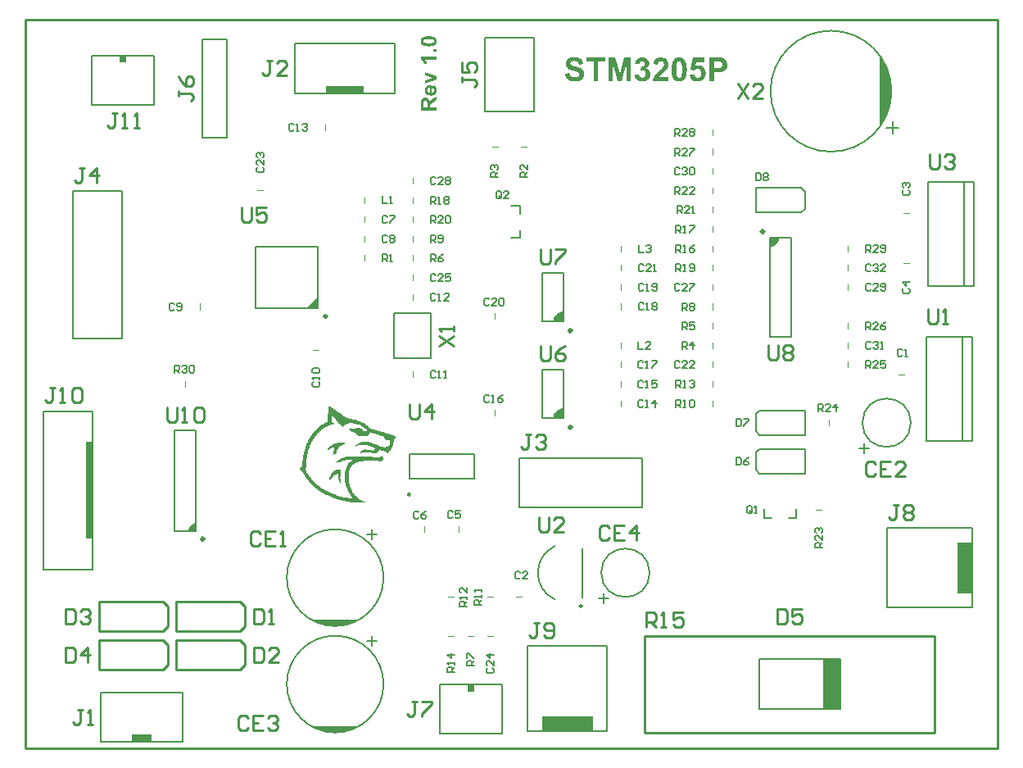
<source format=gto>
G04*
G04 #@! TF.GenerationSoftware,Altium Limited,Altium Designer,20.0.10 (225)*
G04*
G04 Layer_Color=65535*
%FSLAX25Y25*%
%MOIN*%
G70*
G01*
G75*
%ADD10C,0.01378*%
%ADD11C,0.00800*%
%ADD12C,0.00984*%
%ADD13C,0.01181*%
%ADD14C,0.01000*%
%ADD15C,0.00394*%
%ADD16C,0.00787*%
%ADD17C,0.00500*%
%ADD18R,0.03150X0.39370*%
%ADD19R,0.06693X0.20472*%
%ADD20R,0.02756X0.03150*%
%ADD21R,0.21102X0.05906*%
%ADD22R,0.05906X0.21102*%
%ADD23R,0.15748X0.03150*%
%ADD24R,0.07874X0.03150*%
G36*
X116142Y-139095D02*
X135827Y-139095D01*
X134709Y-139740D01*
X132325Y-140728D01*
X129833Y-141395D01*
X127275Y-141732D01*
X124694D01*
X122136Y-141395D01*
X119643Y-140728D01*
X117259Y-139740D01*
X116142Y-139095D01*
Y-139095D01*
D02*
G37*
G36*
Y-95788D02*
X135827Y-95788D01*
X134709Y-96433D01*
X132325Y-97421D01*
X129833Y-98088D01*
X127275Y-98425D01*
X124694D01*
X122136Y-98088D01*
X119643Y-97421D01*
X117259Y-96433D01*
X116142Y-95788D01*
Y-95788D01*
D02*
G37*
G36*
X69291Y-59842D02*
X66174Y-59843D01*
X66171Y-59532D01*
X66286Y-58922D01*
X66517Y-58347D01*
X66856Y-57827D01*
X67291Y-57384D01*
X67803Y-57034D01*
X68374Y-56791D01*
X68981Y-56663D01*
X69291Y-56660D01*
X69291D01*
X69291Y-59842D01*
D02*
G37*
G36*
X118898Y35433D02*
X114173Y30709D01*
X118898D01*
Y35433D01*
D02*
G37*
G36*
X218898Y-13780D02*
X214931Y-13780D01*
X214929Y-13406D01*
X215070Y-12672D01*
X215351Y-11980D01*
X215762Y-11355D01*
X216288Y-10823D01*
X216906Y-10404D01*
X217595Y-10114D01*
X218327Y-9963D01*
X218701Y-9961D01*
X218898D01*
Y-13780D01*
D02*
G37*
G36*
Y25591D02*
X214931Y25591D01*
X214929Y25964D01*
X215070Y26698D01*
X215351Y27391D01*
X215762Y28015D01*
X216288Y28547D01*
X216906Y28966D01*
X217595Y29256D01*
X218327Y29407D01*
X218701Y29409D01*
X218898D01*
Y25591D01*
D02*
G37*
G36*
X302756Y59646D02*
X306722D01*
X306725Y59272D01*
X306584Y58538D01*
X306302Y57846D01*
X305891Y57222D01*
X305366Y56690D01*
X304747Y56270D01*
X304059Y55980D01*
X303327Y55829D01*
X302953Y55827D01*
X302756Y55827D01*
Y59646D01*
D02*
G37*
G36*
X347441Y104331D02*
Y133858D01*
X348042Y133071D01*
X349112Y131401D01*
X350039Y129649D01*
X350819Y127827D01*
X351446Y125946D01*
X351915Y124021D01*
X352224Y122063D01*
X352371Y120086D01*
X352362Y119095D01*
X352362Y119095D01*
X352371Y118103D01*
X352224Y116127D01*
X351915Y114169D01*
X351446Y112243D01*
X350819Y110362D01*
X350039Y108540D01*
X349112Y106788D01*
X348042Y105119D01*
X347441Y104331D01*
Y104331D01*
D02*
G37*
G36*
X164346Y141467D02*
X164502Y141457D01*
X164668Y141447D01*
X164863Y141428D01*
X165068Y141398D01*
X165498Y141320D01*
X165712Y141271D01*
X165927Y141213D01*
X166132Y141135D01*
X166327Y141047D01*
X166513Y140949D01*
X166669Y140842D01*
X166679Y140832D01*
X166698Y140823D01*
X166727Y140793D01*
X166767Y140744D01*
X166825Y140696D01*
X166874Y140627D01*
X166932Y140559D01*
X166991Y140471D01*
X167059Y140374D01*
X167118Y140266D01*
X167167Y140139D01*
X167216Y140013D01*
X167264Y139876D01*
X167294Y139729D01*
X167313Y139564D01*
X167323Y139398D01*
Y139358D01*
X167313Y139310D01*
Y139241D01*
X167303Y139163D01*
X167284Y139076D01*
X167264Y138968D01*
X167235Y138861D01*
X167196Y138744D01*
X167147Y138617D01*
X167089Y138490D01*
X167020Y138363D01*
X166942Y138236D01*
X166845Y138119D01*
X166737Y137992D01*
X166610Y137885D01*
X166601Y137875D01*
X166571Y137865D01*
X166532Y137836D01*
X166464Y137797D01*
X166386Y137758D01*
X166288Y137709D01*
X166161Y137651D01*
X166015Y137602D01*
X165849Y137553D01*
X165664Y137494D01*
X165459Y137446D01*
X165224Y137407D01*
X164961Y137367D01*
X164688Y137348D01*
X164375Y137329D01*
X164043Y137319D01*
X164034D01*
X164024D01*
X163965D01*
X163868D01*
X163751Y137329D01*
X163594Y137338D01*
X163429Y137348D01*
X163243Y137367D01*
X163038Y137397D01*
X162609Y137475D01*
X162394Y137524D01*
X162179Y137582D01*
X161974Y137651D01*
X161779Y137738D01*
X161594Y137836D01*
X161438Y137943D01*
X161428Y137953D01*
X161408Y137963D01*
X161379Y138002D01*
X161330Y138041D01*
X161281Y138090D01*
X161223Y138158D01*
X161164Y138236D01*
X161106Y138324D01*
X161047Y138422D01*
X160979Y138529D01*
X160930Y138646D01*
X160881Y138773D01*
X160832Y138919D01*
X160803Y139066D01*
X160784Y139232D01*
X160774Y139398D01*
Y139485D01*
X160784Y139554D01*
X160793Y139632D01*
X160813Y139720D01*
X160832Y139817D01*
X160862Y139925D01*
X160891Y140042D01*
X160940Y140159D01*
X160989Y140286D01*
X161057Y140403D01*
X161135Y140520D01*
X161223Y140637D01*
X161330Y140744D01*
X161447Y140852D01*
X161457Y140862D01*
X161486Y140881D01*
X161535Y140910D01*
X161594Y140949D01*
X161681Y140998D01*
X161789Y141047D01*
X161916Y141106D01*
X162062Y141164D01*
X162238Y141223D01*
X162423Y141281D01*
X162638Y141330D01*
X162872Y141379D01*
X163136Y141418D01*
X163419Y141447D01*
X163721Y141467D01*
X164053Y141477D01*
X164063D01*
X164073D01*
X164131D01*
X164229D01*
X164346Y141467D01*
D02*
G37*
G36*
X167206Y135084D02*
X165976D01*
Y136313D01*
X167206D01*
Y135084D01*
D02*
G37*
G36*
Y131775D02*
X162580D01*
X162589Y131765D01*
X162609Y131746D01*
X162638Y131707D01*
X162687Y131658D01*
X162736Y131590D01*
X162794Y131511D01*
X162863Y131424D01*
X162931Y131316D01*
X163009Y131209D01*
X163087Y131082D01*
X163233Y130819D01*
X163380Y130516D01*
X163507Y130184D01*
X162394D01*
Y130194D01*
X162384Y130204D01*
X162374Y130233D01*
X162365Y130272D01*
X162326Y130370D01*
X162257Y130497D01*
X162179Y130653D01*
X162072Y130828D01*
X161955Y131024D01*
X161799Y131228D01*
X161789Y131238D01*
X161779Y131258D01*
X161750Y131287D01*
X161721Y131316D01*
X161633Y131414D01*
X161506Y131541D01*
X161360Y131668D01*
X161184Y131795D01*
X160989Y131912D01*
X160774Y132000D01*
Y133005D01*
X167206D01*
Y131775D01*
D02*
G37*
G36*
Y125031D02*
Y123928D01*
X162560Y122054D01*
Y123342D01*
X164932Y124221D01*
X165732Y124475D01*
X165722D01*
X165683Y124494D01*
X165634Y124504D01*
X165566Y124523D01*
X165439Y124572D01*
X165381Y124592D01*
X165332Y124601D01*
X165322D01*
X165303Y124611D01*
X165263Y124621D01*
X165205Y124641D01*
X165078Y124680D01*
X164932Y124728D01*
X162560Y125617D01*
Y126875D01*
X167206Y125031D01*
D02*
G37*
G36*
X165244Y118570D02*
X165254D01*
X165263D01*
X165293D01*
X165332Y118579D01*
X165439Y118589D01*
X165556Y118609D01*
X165703Y118648D01*
X165839Y118697D01*
X165976Y118765D01*
X166103Y118863D01*
X166113Y118872D01*
X166152Y118911D01*
X166200Y118970D01*
X166249Y119058D01*
X166308Y119155D01*
X166357Y119282D01*
X166396Y119419D01*
X166405Y119565D01*
Y119614D01*
X166396Y119673D01*
X166386Y119741D01*
X166366Y119809D01*
X166337Y119897D01*
X166298Y119975D01*
X166249Y120053D01*
X166240Y120063D01*
X166220Y120082D01*
X166181Y120122D01*
X166122Y120161D01*
X166054Y120209D01*
X165966Y120268D01*
X165869Y120317D01*
X165742Y120356D01*
X165947Y121576D01*
X165956D01*
X165976Y121566D01*
X166015Y121547D01*
X166054Y121527D01*
X166113Y121508D01*
X166181Y121468D01*
X166327Y121390D01*
X166493Y121283D01*
X166659Y121156D01*
X166825Y121000D01*
X166972Y120824D01*
Y120815D01*
X166991Y120805D01*
X167001Y120775D01*
X167030Y120737D01*
X167050Y120688D01*
X167079Y120619D01*
X167147Y120473D01*
X167216Y120288D01*
X167264Y120073D01*
X167303Y119829D01*
X167323Y119555D01*
Y119507D01*
X167313Y119438D01*
Y119360D01*
X167294Y119253D01*
X167284Y119146D01*
X167254Y119019D01*
X167225Y118882D01*
X167186Y118736D01*
X167128Y118589D01*
X167069Y118433D01*
X166991Y118287D01*
X166903Y118140D01*
X166796Y118004D01*
X166669Y117877D01*
X166532Y117760D01*
X166523D01*
X166503Y117740D01*
X166464Y117721D01*
X166415Y117691D01*
X166357Y117652D01*
X166279Y117613D01*
X166191Y117574D01*
X166093Y117535D01*
X165986Y117496D01*
X165859Y117457D01*
X165732Y117418D01*
X165585Y117379D01*
X165273Y117330D01*
X165107Y117321D01*
X164932Y117311D01*
X164922D01*
X164883D01*
X164824D01*
X164736Y117321D01*
X164649Y117330D01*
X164532Y117340D01*
X164405Y117359D01*
X164278Y117389D01*
X163985Y117457D01*
X163839Y117506D01*
X163682Y117564D01*
X163536Y117633D01*
X163390Y117711D01*
X163253Y117799D01*
X163126Y117906D01*
X163116Y117916D01*
X163097Y117935D01*
X163067Y117965D01*
X163019Y118013D01*
X162970Y118072D01*
X162911Y118150D01*
X162853Y118228D01*
X162794Y118326D01*
X162736Y118433D01*
X162667Y118541D01*
X162619Y118667D01*
X162570Y118804D01*
X162521Y118950D01*
X162492Y119097D01*
X162472Y119263D01*
X162462Y119429D01*
Y119526D01*
X162472Y119604D01*
X162482Y119692D01*
X162501Y119790D01*
X162521Y119907D01*
X162550Y120024D01*
X162589Y120151D01*
X162628Y120288D01*
X162687Y120424D01*
X162755Y120561D01*
X162833Y120697D01*
X162931Y120824D01*
X163028Y120951D01*
X163155Y121068D01*
X163165Y121078D01*
X163185Y121098D01*
X163224Y121127D01*
X163282Y121166D01*
X163360Y121205D01*
X163448Y121254D01*
X163546Y121312D01*
X163673Y121361D01*
X163809Y121420D01*
X163965Y121468D01*
X164141Y121517D01*
X164327Y121566D01*
X164532Y121595D01*
X164746Y121625D01*
X164990Y121644D01*
X165244D01*
Y118570D01*
D02*
G37*
G36*
X167206Y115408D02*
X165820Y114490D01*
X165810Y114480D01*
X165790Y114471D01*
X165752Y114441D01*
X165703Y114412D01*
X165634Y114373D01*
X165576Y114324D01*
X165420Y114217D01*
X165254Y114109D01*
X165107Y113992D01*
X164971Y113885D01*
X164912Y113846D01*
X164873Y113807D01*
X164863Y113797D01*
X164844Y113778D01*
X164805Y113739D01*
X164766Y113690D01*
X164678Y113563D01*
X164639Y113495D01*
X164610Y113417D01*
Y113407D01*
X164600Y113377D01*
X164580Y113329D01*
X164570Y113260D01*
X164551Y113172D01*
X164541Y113065D01*
X164532Y112928D01*
Y112519D01*
X167206D01*
Y111221D01*
X160793D01*
Y114090D01*
X160803Y114178D01*
Y114383D01*
X160813Y114490D01*
X160832Y114734D01*
X160872Y114978D01*
X160910Y115212D01*
X160940Y115320D01*
X160969Y115408D01*
Y115417D01*
X160979Y115427D01*
X160998Y115486D01*
X161047Y115573D01*
X161116Y115681D01*
X161203Y115798D01*
X161311Y115925D01*
X161438Y116042D01*
X161594Y116159D01*
X161613Y116169D01*
X161672Y116208D01*
X161760Y116247D01*
X161887Y116305D01*
X162033Y116354D01*
X162199Y116403D01*
X162394Y116432D01*
X162599Y116442D01*
X162609D01*
X162628D01*
X162667D01*
X162716Y116432D01*
X162784D01*
X162853Y116423D01*
X163019Y116393D01*
X163204Y116335D01*
X163409Y116257D01*
X163604Y116159D01*
X163702Y116091D01*
X163790Y116013D01*
X163800D01*
X163809Y115993D01*
X163829Y115964D01*
X163868Y115935D01*
X163897Y115886D01*
X163946Y115837D01*
X163995Y115769D01*
X164043Y115700D01*
X164092Y115612D01*
X164141Y115525D01*
X164190Y115417D01*
X164239Y115300D01*
X164287Y115183D01*
X164327Y115046D01*
X164356Y114910D01*
X164385Y114754D01*
Y114763D01*
X164395Y114773D01*
X164424Y114822D01*
X164473Y114900D01*
X164541Y114998D01*
X164619Y115105D01*
X164717Y115222D01*
X164814Y115339D01*
X164922Y115447D01*
X164932Y115456D01*
X164980Y115495D01*
X165049Y115554D01*
X165156Y115642D01*
X165303Y115749D01*
X165478Y115866D01*
X165585Y115944D01*
X165703Y116013D01*
X165820Y116091D01*
X165956Y116179D01*
X167206Y116959D01*
Y115408D01*
D02*
G37*
G36*
X223631Y132972D02*
X223792Y132957D01*
X223968Y132943D01*
X224158Y132913D01*
X224363Y132884D01*
X224802Y132796D01*
X225256Y132650D01*
X225476Y132562D01*
X225681Y132445D01*
X225886Y132328D01*
X226062Y132182D01*
X226076Y132167D01*
X226105Y132138D01*
X226149Y132094D01*
X226208Y132035D01*
X226281Y131962D01*
X226354Y131859D01*
X226442Y131742D01*
X226530Y131611D01*
X226618Y131464D01*
X226691Y131303D01*
X226852Y130952D01*
X226911Y130747D01*
X226969Y130527D01*
X227013Y130293D01*
X227028Y130059D01*
X225081Y129985D01*
Y130000D01*
Y130015D01*
X225051Y130103D01*
X225022Y130234D01*
X224963Y130395D01*
X224890Y130571D01*
X224802Y130747D01*
X224685Y130908D01*
X224539Y131040D01*
X224524Y131054D01*
X224466Y131098D01*
X224378Y131142D01*
X224246Y131215D01*
X224071Y131274D01*
X223866Y131318D01*
X223617Y131362D01*
X223324Y131376D01*
X223192D01*
X223031Y131362D01*
X222841Y131332D01*
X222636Y131289D01*
X222416Y131230D01*
X222197Y131142D01*
X222006Y131025D01*
X221992Y131010D01*
X221962Y130981D01*
X221918Y130937D01*
X221860Y130864D01*
X221801Y130776D01*
X221757Y130674D01*
X221728Y130556D01*
X221713Y130425D01*
Y130410D01*
Y130366D01*
X221728Y130308D01*
X221743Y130220D01*
X221787Y130132D01*
X221831Y130029D01*
X221904Y129942D01*
X221992Y129839D01*
X222006Y129824D01*
X222065Y129780D01*
X222182Y129722D01*
X222255Y129693D01*
X222358Y129649D01*
X222460Y129590D01*
X222592Y129546D01*
X222724Y129488D01*
X222899Y129444D01*
X223075Y129385D01*
X223280Y129327D01*
X223514Y129253D01*
X223763Y129195D01*
X223778D01*
X223822Y129180D01*
X223895Y129166D01*
X223997Y129136D01*
X224114Y129107D01*
X224246Y129063D01*
X224554Y128990D01*
X224905Y128873D01*
X225242Y128770D01*
X225578Y128639D01*
X225725Y128580D01*
X225857Y128507D01*
X225871D01*
X225886Y128492D01*
X225974Y128448D01*
X226091Y128360D01*
X226237Y128258D01*
X226413Y128112D01*
X226589Y127951D01*
X226750Y127746D01*
X226911Y127526D01*
X226925Y127497D01*
X226969Y127424D01*
X227042Y127277D01*
X227116Y127101D01*
X227174Y126882D01*
X227247Y126618D01*
X227291Y126326D01*
X227306Y126003D01*
Y125989D01*
Y125960D01*
Y125916D01*
Y125857D01*
X227277Y125696D01*
X227247Y125491D01*
X227189Y125257D01*
X227116Y124993D01*
X226998Y124715D01*
X226837Y124437D01*
Y124422D01*
X226823Y124408D01*
X226750Y124320D01*
X226647Y124188D01*
X226501Y124042D01*
X226325Y123866D01*
X226091Y123690D01*
X225842Y123515D01*
X225535Y123368D01*
X225520D01*
X225491Y123354D01*
X225447Y123339D01*
X225388Y123310D01*
X225300Y123295D01*
X225212Y123266D01*
X225095Y123237D01*
X224963Y123207D01*
X224656Y123134D01*
X224305Y123090D01*
X223909Y123046D01*
X223456Y123031D01*
X223280D01*
X223148Y123046D01*
X223002Y123061D01*
X222826Y123075D01*
X222636Y123105D01*
X222416Y123134D01*
X221962Y123237D01*
X221728Y123310D01*
X221494Y123383D01*
X221274Y123485D01*
X221055Y123588D01*
X220835Y123720D01*
X220645Y123866D01*
X220630Y123881D01*
X220601Y123910D01*
X220557Y123954D01*
X220484Y124027D01*
X220410Y124115D01*
X220323Y124217D01*
X220235Y124349D01*
X220132Y124481D01*
X220030Y124656D01*
X219927Y124832D01*
X219840Y125037D01*
X219737Y125257D01*
X219664Y125491D01*
X219591Y125754D01*
X219532Y126033D01*
X219488Y126326D01*
X221377Y126516D01*
Y126501D01*
X221391Y126472D01*
Y126428D01*
X221406Y126355D01*
X221450Y126194D01*
X221523Y125974D01*
X221611Y125754D01*
X221728Y125520D01*
X221874Y125301D01*
X222050Y125110D01*
X222079Y125096D01*
X222153Y125037D01*
X222270Y124979D01*
X222431Y124891D01*
X222636Y124818D01*
X222870Y124744D01*
X223148Y124686D01*
X223470Y124671D01*
X223631D01*
X223792Y124686D01*
X223997Y124715D01*
X224232Y124774D01*
X224466Y124832D01*
X224685Y124935D01*
X224876Y125066D01*
X224890Y125081D01*
X224949Y125140D01*
X225022Y125213D01*
X225125Y125330D01*
X225212Y125462D01*
X225286Y125623D01*
X225344Y125798D01*
X225359Y125989D01*
Y126003D01*
Y126047D01*
X225344Y126106D01*
X225330Y126194D01*
X225271Y126369D01*
X225227Y126472D01*
X225154Y126560D01*
X225139Y126574D01*
X225110Y126604D01*
X225066Y126648D01*
X224993Y126706D01*
X224890Y126779D01*
X224773Y126838D01*
X224627Y126911D01*
X224451Y126984D01*
X224436D01*
X224378Y127014D01*
X224275Y127043D01*
X224129Y127087D01*
X224041Y127116D01*
X223924Y127145D01*
X223807Y127175D01*
X223661Y127218D01*
X223499Y127262D01*
X223324Y127306D01*
X223134Y127350D01*
X222914Y127409D01*
X222899D01*
X222841Y127424D01*
X222767Y127453D01*
X222665Y127482D01*
X222533Y127511D01*
X222387Y127555D01*
X222065Y127672D01*
X221699Y127804D01*
X221333Y127965D01*
X221011Y128156D01*
X220864Y128258D01*
X220733Y128360D01*
X220718Y128375D01*
X220689Y128404D01*
X220645Y128448D01*
X220601Y128507D01*
X220528Y128580D01*
X220454Y128668D01*
X220381Y128785D01*
X220293Y128902D01*
X220132Y129180D01*
X219986Y129517D01*
X219942Y129693D01*
X219898Y129883D01*
X219869Y130088D01*
X219854Y130293D01*
Y130308D01*
Y130322D01*
Y130366D01*
Y130425D01*
X219883Y130556D01*
X219913Y130747D01*
X219957Y130952D01*
X220030Y131186D01*
X220132Y131420D01*
X220264Y131669D01*
Y131684D01*
X220279Y131698D01*
X220337Y131772D01*
X220440Y131889D01*
X220571Y132035D01*
X220733Y132196D01*
X220938Y132357D01*
X221172Y132518D01*
X221450Y132650D01*
X221465D01*
X221479Y132665D01*
X221538Y132679D01*
X221596Y132709D01*
X221670Y132723D01*
X221757Y132753D01*
X221977Y132826D01*
X222255Y132884D01*
X222577Y132928D01*
X222943Y132972D01*
X223339Y132987D01*
X223514D01*
X223631Y132972D01*
D02*
G37*
G36*
X246411Y123207D02*
X244610D01*
X244596Y130776D01*
X242693Y123207D01*
X240833D01*
X238930Y130776D01*
Y123207D01*
X237129D01*
Y132826D01*
X240028D01*
X241770Y126252D01*
X243483Y132826D01*
X246411D01*
Y123207D01*
D02*
G37*
G36*
X251184Y132840D02*
X251301Y132826D01*
X251433Y132811D01*
X251594Y132782D01*
X251755Y132753D01*
X252092Y132635D01*
X252282Y132577D01*
X252457Y132489D01*
X252633Y132387D01*
X252823Y132269D01*
X252984Y132138D01*
X253146Y131976D01*
X253160Y131962D01*
X253175Y131947D01*
X253204Y131903D01*
X253248Y131859D01*
X253365Y131713D01*
X253497Y131508D01*
X253614Y131274D01*
X253731Y131010D01*
X253804Y130703D01*
X253834Y130542D01*
Y130381D01*
Y130366D01*
Y130322D01*
X253819Y130264D01*
Y130176D01*
X253790Y130059D01*
X253760Y129942D01*
X253716Y129810D01*
X253658Y129663D01*
X253585Y129502D01*
X253497Y129341D01*
X253380Y129166D01*
X253248Y129005D01*
X253087Y128829D01*
X252897Y128668D01*
X252692Y128507D01*
X252443Y128360D01*
X252457D01*
X252487Y128346D01*
X252516D01*
X252575Y128331D01*
X252736Y128273D01*
X252911Y128199D01*
X253131Y128097D01*
X253350Y127951D01*
X253555Y127775D01*
X253760Y127570D01*
X253775Y127541D01*
X253834Y127467D01*
X253922Y127336D01*
X254009Y127160D01*
X254097Y126940D01*
X254185Y126677D01*
X254244Y126399D01*
X254258Y126077D01*
Y126062D01*
Y126018D01*
Y125960D01*
X254244Y125872D01*
X254229Y125754D01*
X254214Y125637D01*
X254185Y125491D01*
X254141Y125330D01*
X254024Y124993D01*
X253951Y124818D01*
X253863Y124642D01*
X253760Y124452D01*
X253629Y124276D01*
X253482Y124100D01*
X253321Y123925D01*
X253307Y123910D01*
X253277Y123881D01*
X253233Y123837D01*
X253160Y123793D01*
X253072Y123720D01*
X252955Y123646D01*
X252838Y123558D01*
X252692Y123485D01*
X252531Y123398D01*
X252355Y123310D01*
X252165Y123237D01*
X251960Y123178D01*
X251740Y123119D01*
X251520Y123075D01*
X251272Y123046D01*
X251023Y123031D01*
X250891D01*
X250803Y123046D01*
X250686Y123061D01*
X250554Y123075D01*
X250408Y123090D01*
X250261Y123119D01*
X249910Y123207D01*
X249544Y123354D01*
X249368Y123427D01*
X249178Y123529D01*
X249002Y123646D01*
X248841Y123778D01*
X248827Y123793D01*
X248812Y123807D01*
X248768Y123851D01*
X248710Y123910D01*
X248636Y123983D01*
X248563Y124086D01*
X248490Y124188D01*
X248402Y124305D01*
X248226Y124583D01*
X248065Y124920D01*
X247934Y125301D01*
X247890Y125520D01*
X247861Y125740D01*
X249647Y125960D01*
Y125945D01*
Y125930D01*
X249661Y125842D01*
X249691Y125725D01*
X249734Y125564D01*
X249793Y125403D01*
X249866Y125227D01*
X249969Y125052D01*
X250100Y124905D01*
X250115Y124891D01*
X250174Y124847D01*
X250247Y124788D01*
X250364Y124730D01*
X250496Y124671D01*
X250642Y124613D01*
X250818Y124569D01*
X251008Y124554D01*
X251111D01*
X251213Y124583D01*
X251345Y124613D01*
X251491Y124656D01*
X251652Y124730D01*
X251813Y124832D01*
X251974Y124979D01*
X251989Y124993D01*
X252033Y125066D01*
X252106Y125154D01*
X252179Y125286D01*
X252238Y125462D01*
X252311Y125667D01*
X252355Y125901D01*
X252370Y126164D01*
Y126179D01*
Y126194D01*
Y126282D01*
X252355Y126413D01*
X252326Y126574D01*
X252282Y126750D01*
X252209Y126926D01*
X252121Y127116D01*
X251989Y127277D01*
X251974Y127292D01*
X251916Y127336D01*
X251843Y127409D01*
X251726Y127482D01*
X251594Y127555D01*
X251433Y127629D01*
X251257Y127672D01*
X251067Y127687D01*
X250935D01*
X250832Y127672D01*
X250715Y127658D01*
X250569Y127629D01*
X250408Y127585D01*
X250232Y127541D01*
X250437Y129034D01*
X250554D01*
X250701Y129049D01*
X250862Y129063D01*
X251037Y129093D01*
X251228Y129151D01*
X251418Y129239D01*
X251579Y129341D01*
X251594Y129356D01*
X251638Y129400D01*
X251711Y129488D01*
X251784Y129590D01*
X251857Y129722D01*
X251930Y129883D01*
X251974Y130059D01*
X251989Y130264D01*
Y130278D01*
Y130351D01*
X251974Y130439D01*
X251960Y130542D01*
X251916Y130659D01*
X251872Y130791D01*
X251799Y130922D01*
X251696Y131040D01*
X251682Y131054D01*
X251638Y131084D01*
X251579Y131127D01*
X251491Y131186D01*
X251374Y131245D01*
X251242Y131289D01*
X251081Y131318D01*
X250906Y131332D01*
X250832D01*
X250745Y131318D01*
X250627Y131289D01*
X250496Y131245D01*
X250364Y131186D01*
X250218Y131113D01*
X250086Y130996D01*
X250071Y130981D01*
X250027Y130937D01*
X249983Y130864D01*
X249910Y130761D01*
X249837Y130615D01*
X249778Y130454D01*
X249720Y130264D01*
X249691Y130044D01*
X247992Y130322D01*
Y130337D01*
X248007Y130366D01*
Y130410D01*
X248022Y130469D01*
X248065Y130630D01*
X248124Y130835D01*
X248197Y131054D01*
X248285Y131289D01*
X248402Y131523D01*
X248519Y131728D01*
X248534Y131757D01*
X248592Y131816D01*
X248666Y131903D01*
X248783Y132035D01*
X248929Y132167D01*
X249090Y132299D01*
X249295Y132430D01*
X249515Y132547D01*
X249530D01*
X249544Y132562D01*
X249632Y132591D01*
X249764Y132650D01*
X249939Y132709D01*
X250159Y132753D01*
X250393Y132811D01*
X250671Y132840D01*
X250964Y132855D01*
X251096D01*
X251184Y132840D01*
D02*
G37*
G36*
X276394Y130952D02*
X272909D01*
X272617Y129327D01*
X272646Y129341D01*
X272719Y129371D01*
X272851Y129429D01*
X273012Y129488D01*
X273188Y129532D01*
X273407Y129590D01*
X273642Y129620D01*
X273876Y129634D01*
X273993D01*
X274081Y129620D01*
X274183Y129605D01*
X274315Y129590D01*
X274447Y129561D01*
X274593Y129517D01*
X274930Y129414D01*
X275091Y129341D01*
X275267Y129253D01*
X275442Y129151D01*
X275618Y129034D01*
X275794Y128902D01*
X275955Y128741D01*
X275969Y128726D01*
X275999Y128697D01*
X276028Y128653D01*
X276086Y128580D01*
X276160Y128492D01*
X276233Y128390D01*
X276306Y128258D01*
X276394Y128112D01*
X276467Y127951D01*
X276540Y127775D01*
X276613Y127585D01*
X276687Y127380D01*
X276745Y127160D01*
X276775Y126926D01*
X276804Y126677D01*
X276818Y126413D01*
Y126399D01*
Y126355D01*
Y126296D01*
X276804Y126208D01*
Y126106D01*
X276789Y125989D01*
X276760Y125857D01*
X276731Y125711D01*
X276657Y125374D01*
X276526Y125022D01*
X276365Y124656D01*
X276248Y124466D01*
X276130Y124291D01*
X276116Y124276D01*
X276086Y124232D01*
X276028Y124173D01*
X275955Y124100D01*
X275867Y123998D01*
X275750Y123895D01*
X275603Y123778D01*
X275457Y123661D01*
X275281Y123544D01*
X275076Y123427D01*
X274871Y123324D01*
X274637Y123222D01*
X274388Y123149D01*
X274110Y123090D01*
X273832Y123046D01*
X273524Y123031D01*
X273393D01*
X273305Y123046D01*
X273188D01*
X273056Y123075D01*
X272909Y123090D01*
X272748Y123119D01*
X272412Y123207D01*
X272046Y123324D01*
X271694Y123500D01*
X271519Y123617D01*
X271358Y123734D01*
X271343Y123749D01*
X271328Y123764D01*
X271285Y123807D01*
X271226Y123866D01*
X271153Y123939D01*
X271080Y124027D01*
X271006Y124129D01*
X270918Y124247D01*
X270743Y124525D01*
X270582Y124847D01*
X270450Y125242D01*
X270406Y125447D01*
X270362Y125667D01*
X272192Y125857D01*
Y125828D01*
X272207Y125754D01*
X272236Y125637D01*
X272280Y125491D01*
X272339Y125345D01*
X272412Y125169D01*
X272514Y125008D01*
X272646Y124862D01*
X272661Y124847D01*
X272719Y124803D01*
X272792Y124744D01*
X272909Y124686D01*
X273041Y124627D01*
X273188Y124569D01*
X273363Y124525D01*
X273539Y124510D01*
X273568D01*
X273642Y124525D01*
X273744Y124539D01*
X273876Y124569D01*
X274037Y124627D01*
X274198Y124715D01*
X274359Y124818D01*
X274520Y124979D01*
X274535Y125008D01*
X274578Y125066D01*
X274652Y125184D01*
X274725Y125330D01*
X274798Y125535D01*
X274871Y125769D01*
X274915Y126062D01*
X274930Y126384D01*
Y126399D01*
Y126428D01*
Y126472D01*
Y126531D01*
X274915Y126691D01*
X274886Y126882D01*
X274827Y127101D01*
X274754Y127321D01*
X274652Y127541D01*
X274520Y127716D01*
X274505Y127731D01*
X274447Y127789D01*
X274359Y127863D01*
X274242Y127951D01*
X274095Y128024D01*
X273920Y128097D01*
X273715Y128156D01*
X273495Y128170D01*
X273422D01*
X273363Y128156D01*
X273202Y128141D01*
X273012Y128082D01*
X272792Y127995D01*
X272544Y127877D01*
X272309Y127702D01*
X272178Y127585D01*
X272060Y127467D01*
X270582Y127672D01*
X271519Y132679D01*
X276394D01*
Y130952D01*
D02*
G37*
G36*
X282074Y132811D02*
X282264D01*
X282660Y132796D01*
X283040Y132767D01*
X283216Y132753D01*
X283377Y132723D01*
X283509Y132709D01*
X283626Y132679D01*
X283641D01*
X283670Y132665D01*
X283699Y132650D01*
X283758Y132635D01*
X283919Y132577D01*
X284109Y132474D01*
X284329Y132357D01*
X284548Y132182D01*
X284783Y131976D01*
X285002Y131728D01*
Y131713D01*
X285032Y131698D01*
X285061Y131655D01*
X285090Y131596D01*
X285134Y131523D01*
X285178Y131435D01*
X285295Y131230D01*
X285398Y130952D01*
X285485Y130630D01*
X285544Y130264D01*
X285573Y129854D01*
Y129839D01*
Y129810D01*
Y129766D01*
Y129707D01*
X285559Y129546D01*
X285529Y129341D01*
X285500Y129107D01*
X285441Y128858D01*
X285353Y128609D01*
X285251Y128375D01*
X285236Y128346D01*
X285192Y128273D01*
X285119Y128170D01*
X285032Y128038D01*
X284914Y127877D01*
X284768Y127716D01*
X284607Y127570D01*
X284431Y127424D01*
X284417Y127409D01*
X284343Y127365D01*
X284241Y127306D01*
X284124Y127248D01*
X283963Y127160D01*
X283802Y127087D01*
X283611Y127028D01*
X283421Y126970D01*
X283392D01*
X283348Y126955D01*
X283289D01*
X283216Y126940D01*
X283128Y126926D01*
X283026Y126911D01*
X282909D01*
X282777Y126897D01*
X282630Y126882D01*
X282470Y126867D01*
X282279Y126853D01*
X282089D01*
X281884Y126838D01*
X280156D01*
Y123207D01*
X278209D01*
Y132826D01*
X281898D01*
X282074Y132811D01*
D02*
G37*
G36*
X258797Y132840D02*
X258914Y132826D01*
X259060Y132811D01*
X259207Y132796D01*
X259382Y132753D01*
X259734Y132665D01*
X260114Y132533D01*
X260290Y132445D01*
X260480Y132343D01*
X260641Y132211D01*
X260802Y132079D01*
X260817Y132064D01*
X260832Y132050D01*
X260876Y132006D01*
X260934Y131947D01*
X260993Y131874D01*
X261066Y131772D01*
X261212Y131552D01*
X261359Y131274D01*
X261490Y130952D01*
X261593Y130586D01*
X261608Y130381D01*
X261622Y130176D01*
Y130147D01*
Y130073D01*
X261608Y129942D01*
X261593Y129780D01*
X261563Y129590D01*
X261520Y129385D01*
X261461Y129151D01*
X261388Y128931D01*
X261373Y128902D01*
X261344Y128829D01*
X261285Y128712D01*
X261212Y128565D01*
X261110Y128375D01*
X260978Y128170D01*
X260817Y127951D01*
X260641Y127716D01*
X260627Y127702D01*
X260583Y127643D01*
X260495Y127541D01*
X260363Y127409D01*
X260202Y127233D01*
X259982Y127014D01*
X259734Y126765D01*
X259426Y126487D01*
X259412Y126472D01*
X259382Y126457D01*
X259338Y126413D01*
X259294Y126355D01*
X259148Y126223D01*
X258972Y126047D01*
X258782Y125872D01*
X258606Y125696D01*
X258445Y125535D01*
X258387Y125476D01*
X258328Y125418D01*
X258313Y125403D01*
X258284Y125374D01*
X258240Y125330D01*
X258196Y125257D01*
X258065Y125110D01*
X257947Y124920D01*
X261622D01*
Y123207D01*
X255166D01*
Y123222D01*
Y123251D01*
X255181Y123310D01*
X255195Y123368D01*
X255210Y123456D01*
X255224Y123558D01*
X255283Y123793D01*
X255356Y124086D01*
X255473Y124393D01*
X255605Y124715D01*
X255781Y125037D01*
Y125052D01*
X255810Y125081D01*
X255839Y125125D01*
X255883Y125198D01*
X255956Y125286D01*
X256030Y125389D01*
X256132Y125520D01*
X256235Y125652D01*
X256366Y125813D01*
X256527Y125989D01*
X256688Y126179D01*
X256879Y126384D01*
X257098Y126604D01*
X257318Y126838D01*
X257581Y127087D01*
X257860Y127350D01*
X257874Y127365D01*
X257918Y127394D01*
X257977Y127467D01*
X258065Y127541D01*
X258152Y127629D01*
X258270Y127746D01*
X258518Y127980D01*
X258782Y128243D01*
X259031Y128507D01*
X259148Y128624D01*
X259250Y128726D01*
X259338Y128829D01*
X259397Y128917D01*
X259412Y128946D01*
X259455Y129019D01*
X259514Y129122D01*
X259587Y129268D01*
X259660Y129444D01*
X259719Y129634D01*
X259763Y129839D01*
X259777Y130044D01*
Y130073D01*
Y130147D01*
X259763Y130264D01*
X259734Y130395D01*
X259690Y130542D01*
X259631Y130703D01*
X259558Y130864D01*
X259441Y130996D01*
X259426Y131010D01*
X259382Y131054D01*
X259309Y131098D01*
X259207Y131171D01*
X259075Y131230D01*
X258914Y131274D01*
X258723Y131318D01*
X258518Y131332D01*
X258431D01*
X258313Y131318D01*
X258196Y131289D01*
X258050Y131245D01*
X257889Y131186D01*
X257743Y131098D01*
X257596Y130981D01*
X257581Y130966D01*
X257538Y130908D01*
X257494Y130835D01*
X257420Y130703D01*
X257362Y130542D01*
X257289Y130351D01*
X257245Y130103D01*
X257215Y129824D01*
X255385Y130000D01*
Y130015D01*
X255400Y130073D01*
Y130147D01*
X255429Y130249D01*
X255444Y130381D01*
X255488Y130512D01*
X255517Y130674D01*
X255576Y130849D01*
X255708Y131201D01*
X255883Y131567D01*
X256000Y131742D01*
X256118Y131903D01*
X256264Y132050D01*
X256410Y132182D01*
X256425Y132196D01*
X256454Y132211D01*
X256498Y132240D01*
X256571Y132284D01*
X256645Y132343D01*
X256747Y132401D01*
X256864Y132460D01*
X257011Y132518D01*
X257157Y132577D01*
X257318Y132635D01*
X257684Y132753D01*
X258094Y132826D01*
X258328Y132855D01*
X258694D01*
X258797Y132840D01*
D02*
G37*
G36*
X235885Y131201D02*
X233060D01*
Y123207D01*
X231112D01*
Y131201D01*
X228287D01*
Y132826D01*
X235885D01*
Y131201D01*
D02*
G37*
G36*
X266219Y132840D02*
X266336Y132826D01*
X266468Y132796D01*
X266614Y132767D01*
X266775Y132723D01*
X266951Y132679D01*
X267127Y132606D01*
X267317Y132533D01*
X267493Y132430D01*
X267668Y132313D01*
X267844Y132182D01*
X268005Y132020D01*
X268166Y131845D01*
X268181Y131830D01*
X268210Y131786D01*
X268254Y131713D01*
X268313Y131625D01*
X268386Y131493D01*
X268459Y131332D01*
X268547Y131142D01*
X268635Y130922D01*
X268723Y130659D01*
X268810Y130381D01*
X268884Y130059D01*
X268957Y129707D01*
X269015Y129312D01*
X269059Y128887D01*
X269089Y128434D01*
X269103Y127936D01*
Y127921D01*
Y127907D01*
Y127819D01*
Y127672D01*
X269089Y127497D01*
X269074Y127262D01*
X269059Y127014D01*
X269030Y126721D01*
X268986Y126413D01*
X268869Y125769D01*
X268796Y125447D01*
X268708Y125125D01*
X268591Y124818D01*
X268459Y124525D01*
X268313Y124247D01*
X268151Y124012D01*
X268137Y123998D01*
X268122Y123969D01*
X268078Y123925D01*
X268005Y123866D01*
X267932Y123778D01*
X267829Y123705D01*
X267727Y123617D01*
X267595Y123529D01*
X267449Y123427D01*
X267288Y123339D01*
X267097Y123266D01*
X266907Y123193D01*
X266702Y123119D01*
X266483Y123075D01*
X266234Y123046D01*
X265985Y123031D01*
X265926D01*
X265853Y123046D01*
X265751D01*
X265634Y123061D01*
X265502Y123090D01*
X265341Y123119D01*
X265180Y123163D01*
X265004Y123222D01*
X264814Y123295D01*
X264623Y123383D01*
X264433Y123485D01*
X264243Y123602D01*
X264067Y123749D01*
X263877Y123910D01*
X263716Y124100D01*
X263701Y124115D01*
X263686Y124159D01*
X263642Y124217D01*
X263584Y124320D01*
X263525Y124437D01*
X263452Y124583D01*
X263364Y124774D01*
X263291Y124993D01*
X263218Y125242D01*
X263130Y125520D01*
X263057Y125828D01*
X262998Y126179D01*
X262940Y126574D01*
X262910Y126984D01*
X262881Y127453D01*
X262866Y127951D01*
Y127965D01*
Y127980D01*
Y128068D01*
Y128214D01*
X262881Y128390D01*
X262896Y128624D01*
X262910Y128873D01*
X262940Y129151D01*
X262984Y129458D01*
X263101Y130103D01*
X263174Y130425D01*
X263262Y130747D01*
X263364Y131054D01*
X263496Y131347D01*
X263642Y131625D01*
X263804Y131859D01*
X263818Y131874D01*
X263833Y131903D01*
X263891Y131947D01*
X263950Y132020D01*
X264023Y132094D01*
X264126Y132182D01*
X264243Y132269D01*
X264374Y132357D01*
X264521Y132445D01*
X264682Y132547D01*
X264858Y132621D01*
X265048Y132694D01*
X265267Y132767D01*
X265487Y132811D01*
X265736Y132840D01*
X265985Y132855D01*
X266117D01*
X266219Y132840D01*
D02*
G37*
G36*
X123620Y-8881D02*
X123738Y-8959D01*
X123933Y-9115D01*
X124206Y-9311D01*
X124558Y-9545D01*
X125027Y-9857D01*
X125574Y-10248D01*
X125652Y-10287D01*
X125847Y-10404D01*
X126120Y-10599D01*
X126472Y-10834D01*
X127253Y-11381D01*
X127605Y-11654D01*
X127878Y-11889D01*
X129284Y-12904D01*
X129362Y-12943D01*
X129558Y-13060D01*
X129870Y-13255D01*
X130261Y-13490D01*
X130808Y-13724D01*
X131394Y-13959D01*
X132097Y-14154D01*
X132839Y-14310D01*
X132878D01*
X132995Y-14349D01*
X133190Y-14388D01*
X133464Y-14427D01*
X133737Y-14466D01*
X134128Y-14584D01*
X134909Y-14779D01*
X135807Y-15052D01*
X136745Y-15365D01*
X137604Y-15755D01*
X137995Y-15990D01*
X138346Y-16224D01*
X139049Y-16771D01*
X139088Y-16810D01*
X139166Y-16927D01*
X139323Y-17083D01*
X139518Y-17318D01*
X139557Y-17357D01*
X139713Y-17513D01*
X139948Y-17708D01*
X140182Y-17904D01*
X140260Y-17943D01*
X140455Y-18060D01*
X140768Y-18216D01*
X141198Y-18372D01*
X141237D01*
X141315Y-18411D01*
X141510Y-18451D01*
X141783Y-18529D01*
X142174Y-18646D01*
X142682Y-18802D01*
X143346Y-18958D01*
X143736Y-19075D01*
X144166Y-19193D01*
X144205D01*
X144283Y-19232D01*
X144401Y-19271D01*
X144557Y-19310D01*
X145025Y-19427D01*
X145611Y-19583D01*
X146236Y-19779D01*
X146978Y-20013D01*
X147721Y-20208D01*
X148424Y-20443D01*
X148463D01*
X148502Y-20482D01*
X148736Y-20521D01*
X149049Y-20638D01*
X149400Y-20755D01*
X149791Y-20911D01*
X150103Y-21068D01*
X150377Y-21224D01*
X150455Y-21263D01*
X150494Y-21341D01*
Y-21380D01*
X150533Y-21458D01*
Y-21614D01*
Y-21771D01*
Y-21966D01*
X150455Y-22161D01*
X150377Y-22318D01*
X150220Y-22474D01*
X150181Y-22513D01*
X150064Y-22630D01*
X149947Y-22786D01*
X149869Y-22942D01*
Y-22982D01*
X149830Y-23138D01*
X149791Y-23255D01*
Y-23411D01*
X149752Y-23606D01*
X149713Y-23841D01*
Y-23880D01*
Y-23958D01*
X149674Y-24114D01*
X149635Y-24309D01*
X149556Y-24544D01*
X149517Y-24817D01*
X149283Y-25481D01*
Y-25520D01*
X149244Y-25598D01*
X149166Y-25716D01*
X149049Y-25911D01*
X148892Y-26145D01*
X148697Y-26419D01*
X148463Y-26770D01*
X148150Y-27161D01*
X148111Y-27200D01*
X147994Y-27317D01*
X147877Y-27512D01*
X147681Y-27708D01*
X147486Y-27942D01*
X147252Y-28137D01*
X147056Y-28294D01*
X146900Y-28411D01*
X146822Y-27591D01*
X146744Y-27551D01*
X146666Y-27473D01*
X146510Y-27434D01*
X146353Y-27356D01*
X146080Y-27278D01*
X145807Y-27200D01*
X145455Y-27122D01*
X145416D01*
X145299Y-27083D01*
X145104Y-27044D01*
X144869Y-27005D01*
X144322Y-26966D01*
X143775Y-26926D01*
Y-26966D01*
X143736Y-27005D01*
X143580Y-27239D01*
X143385Y-27512D01*
X143190Y-27786D01*
X143150Y-27825D01*
X143072Y-27942D01*
X142877Y-28059D01*
X142682Y-28177D01*
X142643D01*
X142487Y-28216D01*
X142135D01*
X142018Y-28177D01*
X141823Y-28137D01*
X141471Y-28098D01*
X141432D01*
X141393Y-28059D01*
X141158Y-28020D01*
X140846Y-27981D01*
X140533Y-27942D01*
X140495D01*
X140416Y-27903D01*
X140260D01*
X140065Y-27864D01*
X139596Y-27825D01*
X137956D01*
X137799Y-27864D01*
X137643D01*
X137409Y-27903D01*
X137135Y-27942D01*
X137018D01*
X136901Y-27981D01*
X136706Y-28020D01*
X136354Y-28059D01*
X136042Y-28098D01*
Y-28059D01*
X136081Y-28020D01*
X136198Y-27786D01*
X136393Y-27473D01*
X136706Y-27083D01*
X136745Y-27044D01*
X136823Y-27005D01*
X136979Y-26926D01*
X137174Y-26848D01*
X137409Y-26770D01*
X137682Y-26692D01*
X137956Y-26653D01*
X138424D01*
X138581Y-26692D01*
X138815D01*
X139127Y-26731D01*
X139440Y-26770D01*
X140182Y-26888D01*
X140221D01*
X140377Y-26926D01*
X140533D01*
X140768Y-26966D01*
X141198Y-27005D01*
X141510D01*
X141549Y-26966D01*
X141627Y-26888D01*
X141862Y-26653D01*
X142135Y-26380D01*
X142213Y-26263D01*
X142252Y-26184D01*
X142213Y-26145D01*
X142096Y-26028D01*
X141862Y-25872D01*
X141510Y-25716D01*
X141002Y-25481D01*
X140690Y-25364D01*
X140338Y-25286D01*
X139948Y-25169D01*
X139518Y-25091D01*
X139049Y-24974D01*
X138502Y-24895D01*
X138385D01*
X138268Y-24856D01*
X138112D01*
X137682Y-24817D01*
X137096D01*
X136432Y-24856D01*
X135690Y-24974D01*
X134909Y-25130D01*
X134128Y-25364D01*
Y-25325D01*
X134167Y-25247D01*
X134284Y-25130D01*
X134401Y-24974D01*
X134596Y-24778D01*
X134870Y-24544D01*
X135182Y-24309D01*
X135612Y-24075D01*
X135651Y-24036D01*
X135807Y-23997D01*
X136003Y-23880D01*
X136276Y-23763D01*
X136901Y-23528D01*
X137252Y-23450D01*
X137565Y-23411D01*
X138112D01*
X138385Y-23450D01*
X138737Y-23489D01*
X139166Y-23528D01*
X139674Y-23645D01*
X139752D01*
X139909Y-23685D01*
X140182Y-23763D01*
X140495Y-23841D01*
X140846Y-23919D01*
X141237Y-24075D01*
X141627Y-24192D01*
X141979Y-24349D01*
X142057Y-24388D01*
X142291Y-24466D01*
X142643Y-24622D01*
X143150Y-24856D01*
X143190D01*
X143268Y-24935D01*
X143424Y-24973D01*
X143619Y-25091D01*
X144049Y-25286D01*
X144518Y-25442D01*
X144557D01*
X144635Y-25481D01*
X144752D01*
X144908Y-25520D01*
X145377Y-25598D01*
X145924Y-25677D01*
X146393D01*
X146705Y-25638D01*
X147018Y-25598D01*
X147369Y-25481D01*
X147642Y-25325D01*
X147877Y-25091D01*
X147916Y-25052D01*
X147955Y-24935D01*
X148033Y-24778D01*
X148150Y-24505D01*
X148228Y-24192D01*
X148307Y-23841D01*
X148385Y-23411D01*
Y-22942D01*
X148307D01*
X148150Y-22903D01*
X147916Y-22864D01*
X147603Y-22825D01*
X147525D01*
X147369Y-22786D01*
X146900D01*
X146822Y-22747D01*
X146666Y-22708D01*
X146471Y-22630D01*
X146432Y-22591D01*
X146353Y-22513D01*
X146236Y-22396D01*
X146119Y-22239D01*
Y-22200D01*
X146080Y-22044D01*
X146041Y-21810D01*
X145963Y-21458D01*
X145885Y-21419D01*
X145729Y-21380D01*
X145455Y-21302D01*
X145104Y-21185D01*
X144674Y-21068D01*
X144205Y-20911D01*
X143190Y-20560D01*
X142135Y-20247D01*
X141666Y-20091D01*
X141237Y-19974D01*
X140846Y-19857D01*
X140533Y-19779D01*
X140299Y-19700D01*
X140182D01*
X140143Y-19739D01*
X140065Y-19896D01*
X139869Y-20169D01*
X139596Y-20521D01*
Y-20560D01*
X139518Y-20599D01*
X139362Y-20794D01*
X139166Y-21028D01*
X139049Y-21224D01*
X138971D01*
X138776Y-21185D01*
X138463Y-21107D01*
X138073Y-20950D01*
X138034D01*
X137956Y-20989D01*
X137838Y-21028D01*
X137643Y-21107D01*
X137604D01*
X137565Y-21146D01*
X137331Y-21185D01*
X136940Y-21263D01*
X136510Y-21302D01*
X136042Y-21263D01*
X135573Y-21146D01*
X135143Y-20911D01*
X134909Y-20755D01*
X134753Y-20521D01*
X134714Y-20482D01*
X134635Y-20365D01*
X134479Y-20130D01*
X134284Y-19818D01*
X134167D01*
X134050Y-19779D01*
X133893D01*
X133464Y-19661D01*
X132956Y-19505D01*
X132917D01*
X132839Y-19466D01*
X132721Y-19388D01*
X132565Y-19310D01*
X132253Y-19075D01*
X132097Y-18958D01*
X131979Y-18802D01*
X131940Y-18724D01*
X131862Y-18568D01*
X131745Y-18333D01*
X131706Y-18099D01*
X131901D01*
X132136Y-18138D01*
X133151D01*
X133893Y-18060D01*
X134050D01*
X134245Y-18021D01*
X134557Y-17982D01*
X134596D01*
X134635Y-17943D01*
X134831Y-17904D01*
X135026Y-17865D01*
X135846D01*
X136081Y-17904D01*
X136276Y-17982D01*
X136315Y-18021D01*
X136471Y-18060D01*
X136627Y-18177D01*
X136862Y-18333D01*
X136940Y-18411D01*
X137057Y-18490D01*
X137213Y-18646D01*
X137252Y-18685D01*
X137370Y-18763D01*
X137682Y-19036D01*
X137721D01*
X137838Y-19115D01*
X137995Y-19193D01*
X138151Y-19271D01*
X138190D01*
X138307Y-19310D01*
X138463D01*
X138620Y-19271D01*
X138659D01*
X138737Y-19193D01*
X138854Y-19036D01*
X138971Y-18841D01*
X138932Y-18763D01*
X138776Y-18607D01*
X138463Y-18294D01*
X138268Y-18099D01*
X138034Y-17904D01*
X137956Y-17865D01*
X137760Y-17708D01*
X137409Y-17474D01*
X136979Y-17201D01*
X136432Y-16927D01*
X135807Y-16654D01*
X135104Y-16419D01*
X134362Y-16224D01*
X134323Y-16185D01*
X134128Y-16146D01*
X133893Y-16107D01*
X133581Y-16029D01*
X133229Y-15951D01*
X132839Y-15912D01*
X132448Y-15873D01*
X131901D01*
X131667Y-15912D01*
X131432Y-15990D01*
X131120Y-16068D01*
X130769Y-16224D01*
X130378Y-16419D01*
X129987Y-16654D01*
X129948Y-16693D01*
X129870Y-16771D01*
X129753Y-16849D01*
X129714D01*
X129675Y-16927D01*
X129519Y-17044D01*
X129480Y-17083D01*
X129401Y-17122D01*
X129284Y-17240D01*
X129206Y-17318D01*
X129089Y-17435D01*
X129011Y-17396D01*
X128894Y-17318D01*
X128737Y-17162D01*
X128503Y-16927D01*
X128152Y-16576D01*
X127683Y-16107D01*
X127409Y-15834D01*
X127097Y-15482D01*
Y-15443D01*
X127019Y-15404D01*
X126823Y-15169D01*
X126511Y-14818D01*
X126159Y-14388D01*
X125769Y-13920D01*
X125378Y-13451D01*
X124988Y-12982D01*
X124675Y-12592D01*
Y-12552D01*
X124636Y-12513D01*
X124558Y-12435D01*
X124519Y-12396D01*
X124441Y-12357D01*
Y-12435D01*
Y-12513D01*
Y-12631D01*
Y-12826D01*
Y-13021D01*
Y-13295D01*
X124441Y-13646D01*
Y-13685D01*
Y-13802D01*
Y-13959D01*
Y-14154D01*
Y-14584D01*
X124480Y-14740D01*
Y-14896D01*
Y-14935D01*
X124519Y-15013D01*
X124597Y-15169D01*
X124753Y-15365D01*
X124792Y-15404D01*
X124909Y-15521D01*
X125105Y-15677D01*
X125378Y-15834D01*
X125456Y-15873D01*
X125574Y-15951D01*
X125769Y-16029D01*
X125886Y-16107D01*
X125847Y-16146D01*
X125769Y-16185D01*
X125652Y-16263D01*
X125495Y-16302D01*
X125378D01*
X125261Y-16341D01*
X125105Y-16380D01*
X124675Y-16498D01*
X124167Y-16654D01*
X123542Y-16849D01*
X122878Y-17122D01*
X122253Y-17435D01*
X121628Y-17786D01*
X121589Y-17826D01*
X121472Y-17865D01*
X121355Y-17982D01*
X121160Y-18099D01*
X120730Y-18372D01*
X120535Y-18529D01*
X120379Y-18646D01*
X120300Y-18685D01*
X120144Y-18841D01*
X119910Y-19075D01*
X119676Y-19310D01*
X119636Y-19349D01*
X119480Y-19505D01*
X119246Y-19739D01*
X118972Y-19974D01*
X118894Y-20052D01*
X118816Y-20169D01*
X118660Y-20286D01*
X118504Y-20521D01*
X118269Y-20794D01*
X118035Y-21146D01*
X117722Y-21575D01*
X117683Y-21614D01*
X117605Y-21732D01*
X117488Y-21888D01*
X117371Y-22044D01*
X117097Y-22396D01*
X116980Y-22552D01*
X116902Y-22669D01*
X116863Y-22708D01*
X116824Y-22825D01*
X116707Y-23060D01*
X116551Y-23333D01*
X116355Y-23685D01*
X116160Y-24114D01*
X115965Y-24622D01*
X115730Y-25208D01*
X115496Y-25833D01*
X115262Y-26497D01*
X115066Y-27239D01*
X114832Y-28020D01*
X114676Y-28880D01*
X114480Y-29778D01*
X114363Y-30676D01*
X114285Y-31653D01*
Y-31770D01*
Y-31848D01*
Y-32004D01*
Y-32200D01*
Y-32434D01*
Y-32473D01*
Y-32551D01*
Y-32668D01*
Y-32825D01*
X114246Y-33176D01*
X114207Y-33450D01*
Y-33489D01*
X114168Y-33606D01*
X114090Y-33840D01*
X113973Y-34192D01*
Y-34231D01*
X113934Y-34270D01*
X113895Y-34465D01*
X113816Y-34738D01*
X113738Y-34973D01*
X114012Y-34660D01*
Y-34699D01*
X113973Y-34856D01*
Y-34934D01*
X113934Y-35012D01*
Y-35090D01*
X113973Y-35129D01*
Y-35207D01*
X114012Y-35246D01*
X114090Y-35285D01*
X114168Y-35403D01*
Y-35442D01*
X114246Y-35481D01*
X114285Y-35598D01*
X114402Y-35754D01*
X114637Y-36106D01*
X114910Y-36535D01*
X115223Y-37043D01*
X115535Y-37512D01*
X115848Y-37942D01*
X116121Y-38293D01*
X116160Y-38371D01*
X116355Y-38527D01*
X116590Y-38801D01*
X116902Y-39152D01*
X117254Y-39582D01*
X117683Y-39973D01*
X118113Y-40402D01*
X118543Y-40832D01*
X118582Y-40871D01*
X118699Y-40949D01*
X118855Y-41105D01*
X119090Y-41262D01*
X119402Y-41496D01*
X119754Y-41769D01*
X120183Y-42082D01*
X120691Y-42394D01*
X121238Y-42746D01*
X121824Y-43097D01*
X122527Y-43449D01*
X123230Y-43839D01*
X124011Y-44230D01*
X124871Y-44621D01*
X125769Y-44972D01*
X126706Y-45324D01*
X126745D01*
X126863Y-45363D01*
X127019Y-45441D01*
X127253Y-45519D01*
X127566Y-45597D01*
X127878Y-45675D01*
X128269Y-45792D01*
X128698Y-45910D01*
X129675Y-46105D01*
X130729Y-46300D01*
X131823Y-46457D01*
X132956Y-46535D01*
X133190D01*
Y-46496D01*
X133229Y-46457D01*
X133190Y-46417D01*
X133034Y-46261D01*
X132839Y-46027D01*
X132604Y-45714D01*
X132565Y-45675D01*
X132526Y-45597D01*
X132409Y-45441D01*
X132253Y-45246D01*
X132097Y-44972D01*
X131862Y-44660D01*
X131667Y-44269D01*
X131432Y-43839D01*
X131198Y-43371D01*
X131003Y-42863D01*
X130769Y-42316D01*
X130573Y-41691D01*
X130378Y-41066D01*
X130222Y-40402D01*
X130065Y-39660D01*
X129987Y-38918D01*
Y-38879D01*
Y-38840D01*
Y-38723D01*
X129948Y-38566D01*
Y-38137D01*
Y-37629D01*
Y-37043D01*
X129987Y-36418D01*
X130026Y-35754D01*
X130144Y-35129D01*
Y-35090D01*
X130183Y-35051D01*
X130222Y-34856D01*
X130339Y-34504D01*
X130495Y-34114D01*
X130690Y-33606D01*
X131003Y-33059D01*
X131315Y-32512D01*
X131745Y-31926D01*
X131784Y-31887D01*
X131862Y-31809D01*
X131979Y-31692D01*
X132136Y-31536D01*
X132487Y-31223D01*
X132643Y-31067D01*
X132839Y-30989D01*
X132800Y-30950D01*
X132643Y-30911D01*
X132526Y-30872D01*
X132370D01*
X132175Y-30832D01*
X131901D01*
X131706Y-30872D01*
X131432D01*
X131003Y-30911D01*
X130808D01*
X130612Y-30950D01*
X130300Y-30989D01*
X129948Y-31067D01*
X129519Y-31184D01*
X129089Y-31301D01*
X128581Y-31457D01*
X128503D01*
X128347Y-31536D01*
X128112Y-31614D01*
X127800Y-31692D01*
X127448Y-31809D01*
X127058Y-31887D01*
X126706Y-31965D01*
X126355Y-32004D01*
X126394Y-31926D01*
X126511Y-31770D01*
X126667Y-31575D01*
X127370Y-30872D01*
X127409Y-30832D01*
X127526Y-30754D01*
X127761Y-30598D01*
X128034Y-30442D01*
X128386Y-30247D01*
X128777Y-30051D01*
X129206Y-29895D01*
X129714Y-29739D01*
X129792D01*
X129948Y-29700D01*
X130222Y-29622D01*
X130573Y-29583D01*
X130964Y-29504D01*
X131394Y-29465D01*
X132370Y-29426D01*
X132839D01*
X133190Y-29465D01*
X133581D01*
X134011Y-29504D01*
X134987Y-29544D01*
X135182D01*
X135417Y-29583D01*
X135729D01*
X136159Y-29622D01*
X136667D01*
X137292Y-29661D01*
X141119Y-29661D01*
X141393Y-29700D01*
X142252D01*
X142721Y-29739D01*
X144049D01*
X144088Y-29700D01*
X144283D01*
X144361Y-29661D01*
X144401Y-29583D01*
X144439Y-29544D01*
X144479Y-29504D01*
X144557Y-29426D01*
X144596Y-29348D01*
X144752Y-29192D01*
X144791Y-29153D01*
X144869Y-29075D01*
X145104Y-28841D01*
X145143Y-28879D01*
X145182Y-29036D01*
X145260Y-29153D01*
X145299Y-29348D01*
X145377Y-29544D01*
X145455Y-29817D01*
Y-29856D01*
X145494Y-29934D01*
Y-30051D01*
Y-30208D01*
X145455Y-30520D01*
X145377Y-30676D01*
X145260Y-30832D01*
X145182Y-30911D01*
X144986Y-31067D01*
X144752Y-31223D01*
X144439Y-31340D01*
X143775D01*
X143268Y-31301D01*
X142604D01*
X142369Y-31262D01*
X137917Y-31262D01*
X137604Y-31301D01*
X137252Y-31340D01*
X136862Y-31379D01*
X136003Y-31536D01*
X135026Y-31770D01*
X134089Y-32161D01*
X133659Y-32395D01*
X133268Y-32668D01*
X132917Y-32981D01*
X132643Y-33332D01*
X132604Y-33371D01*
X132526Y-33489D01*
X132409Y-33684D01*
X132292Y-33918D01*
X131979Y-34465D01*
X131862Y-34738D01*
X131745Y-35012D01*
Y-35051D01*
X131706Y-35090D01*
Y-35207D01*
X131667Y-35364D01*
X131589Y-35754D01*
X131511Y-36301D01*
X131432Y-36965D01*
Y-37707D01*
Y-38566D01*
X131511Y-39465D01*
Y-39504D01*
Y-39582D01*
X131550Y-39699D01*
X131589Y-39855D01*
X131667Y-40324D01*
X131784Y-40910D01*
X131979Y-41535D01*
X132175Y-42199D01*
X132448Y-42902D01*
X132800Y-43527D01*
Y-43566D01*
X132839Y-43605D01*
X132995Y-43839D01*
X133229Y-44152D01*
X133503Y-44582D01*
X133854Y-45011D01*
X134284Y-45480D01*
X134753Y-45949D01*
X135221Y-46339D01*
X135260Y-46378D01*
X135378Y-46457D01*
X135612Y-46613D01*
X135924Y-46808D01*
X136354Y-47043D01*
X136901Y-47355D01*
X137604Y-47706D01*
X138034Y-47941D01*
X138463Y-48136D01*
X138424D01*
X138307Y-48175D01*
X138112D01*
X137838Y-48214D01*
X137487Y-48253D01*
X137057Y-48292D01*
X134792D01*
X134089Y-48253D01*
X133307Y-48175D01*
X132487Y-48097D01*
X131628Y-47980D01*
X130729Y-47824D01*
X129792Y-47628D01*
X129753D01*
X129558Y-47589D01*
X129323Y-47511D01*
X128972Y-47433D01*
X128542Y-47316D01*
X128034Y-47160D01*
X127488Y-47003D01*
X126863Y-46847D01*
X125574Y-46417D01*
X124246Y-45910D01*
X122917Y-45324D01*
X122292Y-45011D01*
X121707Y-44699D01*
X121628Y-44660D01*
X121433Y-44543D01*
X121121Y-44347D01*
X120730Y-44113D01*
X120261Y-43801D01*
X119714Y-43410D01*
X119168Y-43019D01*
X118582Y-42590D01*
X118504Y-42551D01*
X118308Y-42394D01*
X117957Y-42121D01*
X117527Y-41769D01*
X117019Y-41301D01*
X116473Y-40793D01*
X115887Y-40168D01*
X115262Y-39504D01*
X114324Y-38293D01*
X114285Y-38254D01*
X114246Y-38176D01*
X114129Y-38020D01*
X114012Y-37824D01*
X113856Y-37590D01*
X113660Y-37277D01*
X113465Y-36926D01*
X113231Y-36535D01*
X113191Y-36496D01*
X113113Y-36340D01*
X112996Y-36145D01*
X112840Y-35910D01*
X112488Y-35442D01*
X112254Y-35207D01*
X112059Y-35051D01*
X112020Y-35012D01*
X111942Y-34973D01*
X111707Y-34817D01*
X111434Y-34660D01*
X111317Y-34582D01*
X111278Y-34543D01*
X111317Y-34504D01*
X111395Y-34387D01*
X111551Y-34231D01*
X111785Y-34036D01*
X111824Y-33996D01*
X111981Y-33879D01*
X112137Y-33723D01*
X112254Y-33606D01*
Y-33567D01*
X112293Y-33528D01*
X112410Y-33371D01*
X112528Y-33176D01*
X112606Y-33020D01*
Y-32981D01*
X112645Y-32825D01*
Y-32707D01*
Y-32551D01*
Y-32356D01*
Y-32083D01*
Y-32043D01*
Y-31887D01*
X112684Y-31653D01*
X112723Y-31340D01*
X112762Y-30989D01*
X112801Y-30559D01*
X112879Y-30051D01*
X112957Y-29504D01*
X113153Y-28333D01*
X113426Y-27083D01*
X113777Y-25794D01*
X114207Y-24544D01*
Y-24505D01*
X114285Y-24388D01*
X114363Y-24231D01*
X114441Y-23997D01*
X114598Y-23685D01*
X114793Y-23372D01*
X114988Y-22982D01*
X115223Y-22552D01*
X115808Y-21614D01*
X116512Y-20599D01*
X117371Y-19505D01*
X118347Y-18411D01*
X120496Y-16654D01*
X120535Y-16615D01*
X120691Y-16498D01*
X120925Y-16341D01*
X121199Y-16185D01*
X121238D01*
X121277Y-16146D01*
X121472Y-16029D01*
X121746Y-15873D01*
X122097Y-15677D01*
X122136D01*
X122175Y-15638D01*
X122371Y-15521D01*
X122644Y-15365D01*
X122878Y-15248D01*
Y-15209D01*
Y-15091D01*
X122917Y-14857D01*
Y-14662D01*
Y-14466D01*
X122957Y-14232D01*
Y-13920D01*
X122996Y-13568D01*
X122996Y-13177D01*
X123035Y-12709D01*
X123074Y-12162D01*
Y-12123D01*
Y-12045D01*
X123113Y-11889D01*
Y-11693D01*
X123152Y-11185D01*
X123191Y-10599D01*
X123269Y-9974D01*
X123347Y-9428D01*
X123386Y-9232D01*
X123425Y-9037D01*
X123464Y-8881D01*
X123503Y-8803D01*
X123542D01*
X123620Y-8881D01*
D02*
G37*
G36*
X129440Y-23880D02*
X129831Y-23919D01*
X130183Y-24036D01*
X130222D01*
X130261Y-24075D01*
X130378Y-24153D01*
X130339D01*
X130300Y-24192D01*
X130065Y-24271D01*
X129714Y-24427D01*
X129284Y-24622D01*
X128855Y-24817D01*
X128386Y-25052D01*
X128034Y-25247D01*
X127722Y-25481D01*
X127683Y-25520D01*
X127644Y-25559D01*
X127409Y-25794D01*
X127097Y-26106D01*
X126863Y-26536D01*
Y-26575D01*
X126823Y-26614D01*
X126706Y-26888D01*
X126589Y-27239D01*
X126472Y-27591D01*
Y-27669D01*
X126433Y-27825D01*
X126394Y-28020D01*
Y-28059D01*
Y-28098D01*
X126355Y-28137D01*
X126277Y-28177D01*
X126120Y-28255D01*
X125964Y-28372D01*
X125534Y-28567D01*
X125066Y-28723D01*
Y-28645D01*
Y-28489D01*
X125105Y-28177D01*
X125183Y-27786D01*
X125300Y-27317D01*
X125495Y-26809D01*
X125730Y-26223D01*
X126042Y-25638D01*
X125964D01*
X125808Y-25677D01*
X125574Y-25755D01*
X125261Y-25833D01*
X124988Y-25911D01*
X124675Y-25989D01*
X124441Y-26067D01*
X124246Y-26106D01*
X124167Y-26145D01*
X124089Y-26184D01*
X123933Y-26263D01*
X123738Y-26341D01*
X123503Y-26497D01*
X123152Y-26692D01*
X122761Y-26926D01*
Y-26888D01*
X122800Y-26848D01*
X122878Y-26653D01*
X123035Y-26341D01*
X123269Y-25950D01*
X123620Y-25520D01*
X123894Y-25286D01*
X124128Y-25052D01*
X124441Y-24856D01*
X124792Y-24622D01*
X125222Y-24466D01*
X125652Y-24271D01*
X125691D01*
X125808Y-24231D01*
X126003Y-24192D01*
X126238Y-24114D01*
X126550Y-24036D01*
X126941Y-23997D01*
X127370Y-23919D01*
X127839Y-23880D01*
X127917D01*
X128073Y-23841D01*
X129050D01*
X129440Y-23880D01*
D02*
G37*
G36*
X127722Y-34778D02*
X128073Y-34856D01*
X128386Y-34973D01*
Y-35051D01*
Y-35168D01*
Y-35324D01*
X128347Y-35520D01*
X128308Y-35793D01*
X128269Y-36106D01*
X128230Y-36496D01*
Y-36535D01*
X128191Y-36652D01*
Y-36848D01*
X128152Y-37082D01*
X128112Y-37590D01*
X128073Y-37824D01*
Y-38020D01*
Y-38059D01*
Y-38215D01*
X128112Y-38527D01*
Y-38723D01*
X128152Y-38957D01*
Y-38996D01*
Y-39074D01*
X128191Y-39191D01*
Y-39387D01*
X128269Y-39777D01*
X128308Y-40246D01*
Y-40285D01*
Y-40324D01*
X128347Y-40558D01*
Y-40754D01*
Y-40832D01*
X128269Y-40754D01*
X128191Y-40637D01*
X128073Y-40441D01*
X128034Y-40402D01*
X127995Y-40246D01*
X127917Y-40129D01*
X127839Y-39973D01*
X127800Y-39895D01*
X127761Y-39738D01*
X127644Y-39426D01*
X127526Y-39035D01*
X127409Y-38527D01*
X127331Y-37942D01*
X127253Y-37277D01*
X127214Y-36496D01*
X126902D01*
X126706Y-36535D01*
X126433Y-36574D01*
X126159Y-36692D01*
X125886Y-36809D01*
X125613Y-37004D01*
X125574Y-37043D01*
X125495Y-37121D01*
X125378Y-37238D01*
X125183Y-37395D01*
X124792Y-37824D01*
X124324Y-38410D01*
X124285Y-38449D01*
X124246Y-38527D01*
X124128Y-38684D01*
X124011Y-38840D01*
X123738Y-39152D01*
X123620Y-39270D01*
X123503Y-39348D01*
Y-39270D01*
X123542Y-39113D01*
X123582Y-38840D01*
X123660Y-38449D01*
X123738Y-38059D01*
X123894Y-37551D01*
X124089Y-37043D01*
X124363Y-36535D01*
X124402Y-36457D01*
X124519Y-36301D01*
X124675Y-36067D01*
X124909Y-35793D01*
X125183Y-35520D01*
X125495Y-35246D01*
X125847Y-35012D01*
X126238Y-34856D01*
X126316D01*
X126472Y-34817D01*
X126706Y-34778D01*
X127019Y-34738D01*
X127370D01*
X127722Y-34778D01*
D02*
G37*
%LPC*%
G36*
X164258Y140178D02*
X164053D01*
X164043D01*
X164004D01*
X163946D01*
X163868D01*
X163780D01*
X163673Y140169D01*
X163556D01*
X163438D01*
X163175Y140149D01*
X162921Y140130D01*
X162804Y140120D01*
X162687Y140100D01*
X162589Y140081D01*
X162501Y140061D01*
X162492D01*
X162482D01*
X162433Y140042D01*
X162365Y140022D01*
X162277Y139983D01*
X162082Y139895D01*
X162004Y139837D01*
X161935Y139778D01*
X161925Y139769D01*
X161916Y139749D01*
X161887Y139710D01*
X161857Y139671D01*
X161838Y139612D01*
X161808Y139544D01*
X161799Y139476D01*
X161789Y139398D01*
Y139358D01*
X161799Y139320D01*
X161808Y139261D01*
X161828Y139202D01*
X161847Y139134D01*
X161887Y139066D01*
X161935Y138997D01*
X161945Y138988D01*
X161965Y138968D01*
X162004Y138939D01*
X162052Y138900D01*
X162121Y138861D01*
X162209Y138812D01*
X162316Y138773D01*
X162443Y138734D01*
X162453D01*
X162462D01*
X162492Y138724D01*
X162531Y138714D01*
X162589Y138705D01*
X162657Y138695D01*
X162736Y138685D01*
X162823Y138675D01*
X162931Y138666D01*
X163048Y138656D01*
X163175Y138646D01*
X163321Y138636D01*
X163487Y138627D01*
X163663D01*
X163848Y138617D01*
X164053D01*
X164063D01*
X164102D01*
X164161D01*
X164239D01*
X164327D01*
X164434Y138627D01*
X164551D01*
X164668D01*
X164932Y138646D01*
X165185Y138666D01*
X165312Y138675D01*
X165420Y138685D01*
X165527Y138705D01*
X165615Y138724D01*
X165634Y138734D01*
X165683Y138744D01*
X165752Y138763D01*
X165839Y138802D01*
X165937Y138841D01*
X166025Y138880D01*
X166103Y138939D01*
X166171Y138997D01*
X166181Y139007D01*
X166191Y139027D01*
X166210Y139066D01*
X166240Y139115D01*
X166269Y139173D01*
X166288Y139241D01*
X166298Y139320D01*
X166308Y139398D01*
Y139437D01*
X166298Y139476D01*
X166288Y139524D01*
X166249Y139651D01*
X166220Y139710D01*
X166171Y139778D01*
X166161Y139788D01*
X166142Y139807D01*
X166103Y139837D01*
X166054Y139876D01*
X165986Y139925D01*
X165898Y139964D01*
X165790Y140013D01*
X165664Y140051D01*
X165654D01*
X165644Y140061D01*
X165615D01*
X165566Y140071D01*
X165517Y140081D01*
X165449Y140091D01*
X165371Y140100D01*
X165283Y140120D01*
X165176Y140130D01*
X165059Y140139D01*
X164932Y140149D01*
X164785Y140159D01*
X164619Y140169D01*
X164444D01*
X164258Y140178D01*
D02*
G37*
G36*
X164492Y120424D02*
X164483D01*
X164473D01*
X164444D01*
X164405Y120414D01*
X164307Y120405D01*
X164190Y120385D01*
X164063Y120346D01*
X163926Y120297D01*
X163800Y120229D01*
X163682Y120141D01*
X163673Y120131D01*
X163634Y120092D01*
X163594Y120044D01*
X163536Y119965D01*
X163487Y119878D01*
X163438Y119770D01*
X163409Y119643D01*
X163399Y119507D01*
Y119438D01*
X163419Y119370D01*
X163438Y119272D01*
X163477Y119165D01*
X163526Y119058D01*
X163604Y118950D01*
X163702Y118843D01*
X163712Y118833D01*
X163751Y118804D01*
X163819Y118765D01*
X163907Y118716D01*
X164024Y118667D01*
X164161Y118628D01*
X164317Y118599D01*
X164492Y118589D01*
Y120424D01*
D02*
G37*
G36*
X162677Y115105D02*
X162667D01*
X162619D01*
X162560Y115095D01*
X162492Y115085D01*
X162414Y115066D01*
X162326Y115027D01*
X162238Y114988D01*
X162160Y114929D01*
X162150Y114919D01*
X162130Y114900D01*
X162092Y114861D01*
X162052Y114802D01*
X162004Y114734D01*
X161965Y114656D01*
X161935Y114558D01*
X161906Y114451D01*
Y114441D01*
X161896Y114412D01*
Y114363D01*
X161887Y114275D01*
Y114080D01*
X161877Y113992D01*
Y112519D01*
X163507D01*
Y113768D01*
X163497Y113953D01*
X163487Y114148D01*
X163477Y114334D01*
X163468Y114422D01*
X163458Y114490D01*
X163438Y114558D01*
X163429Y114607D01*
Y114617D01*
X163409Y114646D01*
X163390Y114685D01*
X163370Y114744D01*
X163282Y114861D01*
X163233Y114919D01*
X163165Y114968D01*
X163155Y114978D01*
X163126Y114988D01*
X163087Y115007D01*
X163028Y115037D01*
X162960Y115066D01*
X162872Y115085D01*
X162784Y115095D01*
X162677Y115105D01*
D02*
G37*
G36*
X281606Y131201D02*
X280156D01*
Y128463D01*
X281489D01*
X281591Y128478D01*
X281825D01*
X282089Y128492D01*
X282338Y128522D01*
X282557Y128565D01*
X282660Y128580D01*
X282733Y128609D01*
X282748Y128624D01*
X282792Y128639D01*
X282865Y128668D01*
X282953Y128726D01*
X283055Y128785D01*
X283157Y128873D01*
X283260Y128961D01*
X283348Y129078D01*
X283363Y129093D01*
X283377Y129136D01*
X283421Y129210D01*
X283465Y129297D01*
X283494Y129400D01*
X283538Y129532D01*
X283553Y129678D01*
X283568Y129824D01*
Y129854D01*
Y129912D01*
X283553Y130015D01*
X283524Y130132D01*
X283494Y130264D01*
X283436Y130410D01*
X283363Y130556D01*
X283260Y130688D01*
X283245Y130703D01*
X283202Y130747D01*
X283143Y130805D01*
X283040Y130878D01*
X282938Y130952D01*
X282792Y131025D01*
X282645Y131084D01*
X282470Y131127D01*
X282455D01*
X282396Y131142D01*
X282308Y131157D01*
X282177Y131171D01*
X281986D01*
X281737Y131186D01*
X281606Y131201D01*
D02*
G37*
G36*
X265985Y131332D02*
X265926D01*
X265868Y131318D01*
X265780Y131303D01*
X265692Y131274D01*
X265590Y131245D01*
X265487Y131186D01*
X265385Y131113D01*
X265370Y131098D01*
X265341Y131069D01*
X265297Y131010D01*
X265238Y130937D01*
X265180Y130835D01*
X265106Y130703D01*
X265048Y130542D01*
X264989Y130351D01*
Y130337D01*
Y130322D01*
X264975Y130278D01*
X264960Y130220D01*
X264945Y130132D01*
X264931Y130029D01*
X264916Y129912D01*
X264901Y129780D01*
X264887Y129620D01*
X264872Y129444D01*
X264858Y129253D01*
X264843Y129034D01*
X264828Y128785D01*
Y128522D01*
X264814Y128243D01*
Y127936D01*
Y127921D01*
Y127863D01*
Y127775D01*
Y127658D01*
Y127526D01*
X264828Y127365D01*
Y127189D01*
Y127014D01*
X264858Y126618D01*
X264887Y126238D01*
X264901Y126047D01*
X264916Y125886D01*
X264945Y125725D01*
X264975Y125593D01*
X264989Y125564D01*
X265004Y125491D01*
X265033Y125389D01*
X265092Y125257D01*
X265150Y125110D01*
X265209Y124979D01*
X265297Y124862D01*
X265385Y124759D01*
X265399Y124744D01*
X265428Y124730D01*
X265487Y124700D01*
X265560Y124656D01*
X265648Y124613D01*
X265751Y124583D01*
X265868Y124569D01*
X265985Y124554D01*
X266043D01*
X266102Y124569D01*
X266175Y124583D01*
X266366Y124642D01*
X266453Y124686D01*
X266556Y124759D01*
X266570Y124774D01*
X266600Y124803D01*
X266644Y124862D01*
X266702Y124935D01*
X266775Y125037D01*
X266834Y125169D01*
X266907Y125330D01*
X266966Y125520D01*
Y125535D01*
X266980Y125550D01*
Y125593D01*
X266995Y125667D01*
X267010Y125740D01*
X267024Y125842D01*
X267039Y125960D01*
X267068Y126091D01*
X267083Y126252D01*
X267097Y126428D01*
X267112Y126618D01*
X267127Y126838D01*
X267141Y127087D01*
Y127350D01*
X267156Y127629D01*
Y127936D01*
Y127951D01*
Y128009D01*
Y128097D01*
Y128214D01*
Y128346D01*
X267141Y128507D01*
Y128682D01*
Y128858D01*
X267112Y129253D01*
X267083Y129634D01*
X267068Y129810D01*
X267039Y129985D01*
X267010Y130132D01*
X266980Y130264D01*
Y130278D01*
Y130293D01*
X266951Y130366D01*
X266922Y130469D01*
X266863Y130600D01*
X266732Y130893D01*
X266644Y131010D01*
X266556Y131113D01*
X266541Y131127D01*
X266512Y131142D01*
X266453Y131186D01*
X266395Y131230D01*
X266307Y131259D01*
X266204Y131303D01*
X266102Y131318D01*
X265985Y131332D01*
D02*
G37*
%LPD*%
D10*
X300590Y62008D02*
G03*
X300590Y62008I-591J0D01*
G01*
X72638Y-62992D02*
G03*
X72638Y-62992I-591J0D01*
G01*
X222244Y-17559D02*
G03*
X222244Y-17559I-591J0D01*
G01*
Y21811D02*
G03*
X222244Y21811I-591J0D01*
G01*
D11*
X253937Y-76772D02*
G03*
X253937Y-76772I-9843J0D01*
G01*
X360236Y-15748D02*
G03*
X360236Y-15748I-9843J0D01*
G01*
X145669Y-78740D02*
G03*
X145669Y-78740I-19685J0D01*
G01*
Y-122047D02*
G03*
X145669Y-122047I-19685J0D01*
G01*
X215401Y-65896D02*
G03*
X215401Y-87647I5071J-10876D01*
G01*
X352362Y119095D02*
G03*
X352362Y119095I-24606J0D01*
G01*
X7283Y-75591D02*
X27362D01*
Y-75590D02*
Y-11024D01*
X7283D02*
X27362D01*
X7283Y-75591D02*
Y-11024D01*
X297087Y-19248D02*
Y-12248D01*
Y-19248D02*
X298587Y-20748D01*
X317087D01*
Y-10748D01*
X298587D02*
X317087D01*
X297087Y-12248D02*
X298587Y-10748D01*
X235094Y-89272D02*
Y-85272D01*
X233095Y-87272D02*
X237094D01*
X341394Y-28248D02*
Y-24248D01*
X339394Y-26248D02*
X343394D01*
X138984Y-61110D02*
X142984D01*
X140984Y-63110D02*
Y-59110D01*
X138984Y-104417D02*
X142984D01*
X140984Y-106417D02*
Y-102417D01*
X324803Y-132283D02*
Y-111811D01*
X331496Y-132283D02*
Y-111811D01*
X298425Y-132283D02*
X331496D01*
X298425D02*
Y-111811D01*
X331496D01*
X168701Y-142323D02*
Y-122244D01*
Y-142323D02*
X193898D01*
X168701Y-122244D02*
X193898D01*
Y-142323D02*
Y-122244D01*
X297087Y-27996D02*
X298587Y-26496D01*
X317087D01*
Y-36496D02*
Y-26496D01*
X298587Y-36496D02*
X317087D01*
X297087Y-34996D02*
X298587Y-36496D01*
X297087Y-34996D02*
Y-27996D01*
X315587Y69803D02*
X317087Y71303D01*
X297087Y69803D02*
X315587D01*
X297087D02*
Y79803D01*
X315587D01*
X317087Y78303D01*
Y71303D02*
Y78303D01*
X226457Y-86772D02*
Y-66772D01*
X350394Y104331D02*
X355315D01*
X352854Y101870D02*
Y106791D01*
X26969Y113583D02*
Y133661D01*
Y113583D02*
X52165D01*
X26969Y133661D02*
X52165D01*
Y113583D02*
Y133661D01*
X236614Y-141142D02*
Y-106496D01*
X204331D02*
X236614D01*
X204331Y-141142D02*
X236614D01*
X204331D02*
Y-106496D01*
X350591Y-58661D02*
X385236D01*
X350591Y-90945D02*
Y-58661D01*
X385236Y-90945D02*
Y-58661D01*
X350591Y-90945D02*
X385236D01*
X150000Y10630D02*
X164961D01*
Y28740D01*
X150000D02*
X164961D01*
X150000Y10630D02*
Y28740D01*
X186850Y140984D02*
X206850D01*
Y110984D02*
Y140984D01*
X186850Y110984D02*
X206850D01*
X186850D02*
Y140984D01*
X71772Y100079D02*
Y140079D01*
X81772Y100079D02*
Y140079D01*
X71772Y100079D02*
X81772D01*
X71772Y140079D02*
X81772D01*
X109449Y118307D02*
X150394D01*
X109449D02*
Y138386D01*
X150394D01*
Y118307D02*
Y138386D01*
X30709Y-145472D02*
Y-125394D01*
Y-145472D02*
X63779D01*
X30709Y-125394D02*
X63779D01*
Y-145472D02*
Y-125394D01*
X19410Y18425D02*
X39409D01*
Y78425D01*
X19410Y18425D02*
Y78425D01*
X39409D01*
X251063Y-50039D02*
Y-30039D01*
X201063Y-50039D02*
X251063D01*
X201063Y-30039D02*
X251063D01*
X201063Y-50039D02*
Y-30039D01*
D12*
X226465Y-90272D02*
G03*
X226465Y-90272I-492J0D01*
G01*
X156595Y-44882D02*
G03*
X156595Y-44882I-492J0D01*
G01*
D13*
X122539Y27559D02*
G03*
X122539Y27559I-492J0D01*
G01*
D14*
X251969Y-141732D02*
Y-102362D01*
Y-141732D02*
X370079D01*
Y-102362D01*
X251969D02*
X370079D01*
X61303Y-104236D02*
X87303D01*
X61303Y-116236D02*
Y-104236D01*
Y-116236D02*
X87303D01*
X89303Y-114236D02*
Y-106236D01*
X87303Y-104236D02*
X89303Y-106236D01*
X87303Y-116236D02*
X89303Y-114236D01*
X61303Y-88488D02*
X87303D01*
X61303Y-100488D02*
Y-88488D01*
Y-100488D02*
X87303D01*
X89303Y-98488D02*
Y-90488D01*
X87303Y-88488D02*
X89303Y-90488D01*
X87303Y-100488D02*
X89303Y-98488D01*
X29807Y-104236D02*
X55807D01*
X29807Y-116236D02*
Y-104236D01*
Y-116236D02*
X55807D01*
X57807Y-114236D02*
Y-106236D01*
X55807Y-104236D02*
X57807Y-106236D01*
X55807Y-116236D02*
X57807Y-114236D01*
X29807Y-88488D02*
X55807D01*
X29807Y-100488D02*
Y-88488D01*
Y-100488D02*
X55807D01*
X57807Y-98488D02*
Y-90488D01*
X55807Y-88488D02*
X57807Y-90488D01*
X55807Y-100488D02*
X57807Y-98488D01*
X289793Y122130D02*
X293792Y116132D01*
Y122130D02*
X289793Y116132D01*
X299790D02*
X295791D01*
X299790Y120131D01*
Y121131D01*
X298790Y122130D01*
X296791D01*
X295791Y121131D01*
X168400Y15648D02*
X174398Y19647D01*
X168400D02*
X174398Y15648D01*
Y21646D02*
Y23645D01*
Y22646D01*
X168400D01*
X169400Y21646D01*
X57498Y-9554D02*
Y-14552D01*
X58498Y-15552D01*
X60497D01*
X61497Y-14552D01*
Y-9554D01*
X63497Y-15552D02*
X65496D01*
X64496D01*
Y-9554D01*
X63497Y-10554D01*
X68495D02*
X69495Y-9554D01*
X71494D01*
X72494Y-10554D01*
Y-14552D01*
X71494Y-15552D01*
X69495D01*
X68495Y-14552D01*
Y-10554D01*
X302098Y15746D02*
Y10748D01*
X303098Y9748D01*
X305098D01*
X306097Y10748D01*
Y15746D01*
X308097Y14746D02*
X309096Y15746D01*
X311095D01*
X312095Y14746D01*
Y13747D01*
X311095Y12747D01*
X312095Y11747D01*
Y10748D01*
X311095Y9748D01*
X309096D01*
X308097Y10748D01*
Y11747D01*
X309096Y12747D01*
X308097Y13747D01*
Y14746D01*
X309096Y12747D02*
X311095D01*
X209545Y54798D02*
Y49800D01*
X210545Y48800D01*
X212544D01*
X213544Y49800D01*
Y54798D01*
X215543D02*
X219542D01*
Y53798D01*
X215543Y49800D01*
Y48800D01*
X209545Y15498D02*
Y10500D01*
X210545Y9500D01*
X212544D01*
X213544Y10500D01*
Y15498D01*
X219542D02*
X217542Y14498D01*
X215543Y12499D01*
Y10500D01*
X216543Y9500D01*
X218542D01*
X219542Y10500D01*
Y11499D01*
X218542Y12499D01*
X215543D01*
X87835Y71794D02*
Y66796D01*
X88835Y65796D01*
X90834D01*
X91834Y66796D01*
Y71794D01*
X97832D02*
X93834D01*
Y68795D01*
X95833Y69795D01*
X96833D01*
X97832Y68795D01*
Y66796D01*
X96833Y65796D01*
X94833D01*
X93834Y66796D01*
X156098Y-8254D02*
Y-13252D01*
X157098Y-14252D01*
X159098D01*
X160097Y-13252D01*
Y-8254D01*
X165095Y-14252D02*
Y-8254D01*
X162097Y-11253D01*
X166095D01*
X367998Y93446D02*
Y88448D01*
X368998Y87448D01*
X370998D01*
X371997Y88448D01*
Y93446D01*
X373996Y92446D02*
X374996Y93446D01*
X376995D01*
X377995Y92446D01*
Y91447D01*
X376995Y90447D01*
X375996D01*
X376995D01*
X377995Y89447D01*
Y88448D01*
X376995Y87448D01*
X374996D01*
X373996Y88448D01*
X209047Y-54222D02*
Y-59221D01*
X210047Y-60220D01*
X212046D01*
X213046Y-59221D01*
Y-54222D01*
X219044Y-60220D02*
X215045D01*
X219044Y-56222D01*
Y-55222D01*
X218044Y-54222D01*
X216045D01*
X215045Y-55222D01*
X367298Y30459D02*
Y25461D01*
X368298Y24461D01*
X370298D01*
X371297Y25461D01*
Y30459D01*
X373296Y24461D02*
X375296D01*
X374296D01*
Y30459D01*
X373296Y29460D01*
X252498Y-98852D02*
Y-92854D01*
X255498D01*
X256497Y-93854D01*
Y-95853D01*
X255498Y-96853D01*
X252498D01*
X254498D02*
X256497Y-98852D01*
X258496D02*
X260496D01*
X259496D01*
Y-92854D01*
X258496Y-93854D01*
X267494Y-92854D02*
X263495D01*
Y-95853D01*
X265494Y-94853D01*
X266494D01*
X267494Y-95853D01*
Y-97852D01*
X266494Y-98852D01*
X264494D01*
X263495Y-97852D01*
X37097Y110146D02*
X35098D01*
X36097D01*
Y105148D01*
X35098Y104148D01*
X34098D01*
X33098Y105148D01*
X39097Y104148D02*
X41096D01*
X40096D01*
Y110146D01*
X39097Y109146D01*
X44095Y104148D02*
X46094D01*
X45094D01*
Y110146D01*
X44095Y109146D01*
X11849Y-1602D02*
X9850D01*
X10849D01*
Y-6600D01*
X9850Y-7600D01*
X8850D01*
X7850Y-6600D01*
X13848Y-7600D02*
X15848D01*
X14848D01*
Y-1602D01*
X13848Y-2602D01*
X18847D02*
X19847Y-1602D01*
X21846D01*
X22846Y-2602D01*
Y-6600D01*
X21846Y-7600D01*
X19847D01*
X18847Y-6600D01*
Y-2602D01*
X208956Y-97080D02*
X206957D01*
X207957D01*
Y-102078D01*
X206957Y-103078D01*
X205957D01*
X204958Y-102078D01*
X210956D02*
X211955Y-103078D01*
X213955D01*
X214954Y-102078D01*
Y-98080D01*
X213955Y-97080D01*
X211955D01*
X210956Y-98080D01*
Y-99079D01*
X211955Y-100079D01*
X214954D01*
X355197Y-49254D02*
X353198D01*
X354198D01*
Y-54252D01*
X353198Y-55252D01*
X352198D01*
X351198Y-54252D01*
X357196Y-50254D02*
X358196Y-49254D01*
X360195D01*
X361195Y-50254D01*
Y-51253D01*
X360195Y-52253D01*
X361195Y-53253D01*
Y-54252D01*
X360195Y-55252D01*
X358196D01*
X357196Y-54252D01*
Y-53253D01*
X358196Y-52253D01*
X357196Y-51253D01*
Y-50254D01*
X358196Y-52253D02*
X360195D01*
X159297Y-129328D02*
X157298D01*
X158298D01*
Y-134326D01*
X157298Y-135326D01*
X156298D01*
X155298Y-134326D01*
X161296Y-129328D02*
X165295D01*
Y-130328D01*
X161296Y-134326D01*
Y-135326D01*
X62400Y119047D02*
Y117047D01*
Y118047D01*
X67399D01*
X68398Y117047D01*
Y116048D01*
X67399Y115048D01*
X62400Y125045D02*
X63400Y123045D01*
X65399Y121046D01*
X67399D01*
X68398Y122046D01*
Y124045D01*
X67399Y125045D01*
X66399D01*
X65399Y124045D01*
Y121046D01*
X177432Y124984D02*
Y122984D01*
Y123984D01*
X182430D01*
X183430Y122984D01*
Y121985D01*
X182430Y120985D01*
X177432Y130982D02*
Y126983D01*
X180431D01*
X179431Y128982D01*
Y129982D01*
X180431Y130982D01*
X182430D01*
X183430Y129982D01*
Y127983D01*
X182430Y126983D01*
X23997Y87846D02*
X21998D01*
X22998D01*
Y82848D01*
X21998Y81848D01*
X20998D01*
X19998Y82848D01*
X28995Y81848D02*
Y87846D01*
X25997Y84847D01*
X29995D01*
X205697Y-20654D02*
X203698D01*
X204697D01*
Y-25652D01*
X203698Y-26652D01*
X202698D01*
X201698Y-25652D01*
X207697Y-21654D02*
X208696Y-20654D01*
X210696D01*
X211695Y-21654D01*
Y-22653D01*
X210696Y-23653D01*
X209696D01*
X210696D01*
X211695Y-24653D01*
Y-25652D01*
X210696Y-26652D01*
X208696D01*
X207697Y-25652D01*
X100097Y131346D02*
X98098D01*
X99098D01*
Y126348D01*
X98098Y125348D01*
X97098D01*
X96098Y126348D01*
X106095Y125348D02*
X102096D01*
X106095Y129347D01*
Y130346D01*
X105096Y131346D01*
X103096D01*
X102096Y130346D01*
X23297Y-132454D02*
X21298D01*
X22298D01*
Y-137452D01*
X21298Y-138452D01*
X20298D01*
X19298Y-137452D01*
X25297Y-138452D02*
X27296D01*
X26296D01*
Y-132454D01*
X25297Y-133454D01*
X306025Y-91489D02*
Y-97487D01*
X309024D01*
X310024Y-96487D01*
Y-92489D01*
X309024Y-91489D01*
X306025D01*
X316022D02*
X312023D01*
Y-94488D01*
X314023Y-93489D01*
X315022D01*
X316022Y-94488D01*
Y-96487D01*
X315022Y-97487D01*
X313023D01*
X312023Y-96487D01*
X16335Y-107254D02*
Y-113252D01*
X19334D01*
X20334Y-112252D01*
Y-108254D01*
X19334Y-107254D01*
X16335D01*
X25332Y-113252D02*
Y-107254D01*
X22333Y-110253D01*
X26332D01*
X16335Y-91454D02*
Y-97452D01*
X19334D01*
X20334Y-96452D01*
Y-92454D01*
X19334Y-91454D01*
X16335D01*
X22333Y-92454D02*
X23333Y-91454D01*
X25332D01*
X26332Y-92454D01*
Y-93453D01*
X25332Y-94453D01*
X24333D01*
X25332D01*
X26332Y-95453D01*
Y-96452D01*
X25332Y-97452D01*
X23333D01*
X22333Y-96452D01*
X92798Y-107254D02*
Y-113252D01*
X95797D01*
X96797Y-112252D01*
Y-108254D01*
X95797Y-107254D01*
X92798D01*
X102795Y-113252D02*
X98796D01*
X102795Y-109253D01*
Y-108254D01*
X101795Y-107254D01*
X99796D01*
X98796Y-108254D01*
X92798Y-91454D02*
Y-97452D01*
X95797D01*
X96797Y-96452D01*
Y-92454D01*
X95797Y-91454D01*
X92798D01*
X98796Y-97452D02*
X100796D01*
X99796D01*
Y-91454D01*
X98796Y-92454D01*
X237709Y-58522D02*
X236709Y-57522D01*
X234710D01*
X233710Y-58522D01*
Y-62521D01*
X234710Y-63520D01*
X236709D01*
X237709Y-62521D01*
X243707Y-57522D02*
X239708D01*
Y-63520D01*
X243707D01*
X239708Y-60522D02*
X241708D01*
X248705Y-63520D02*
Y-57522D01*
X245706Y-60522D01*
X249705D01*
X90490Y-135796D02*
X89490Y-134796D01*
X87490D01*
X86491Y-135796D01*
Y-139795D01*
X87490Y-140794D01*
X89490D01*
X90490Y-139795D01*
X96487Y-134796D02*
X92489D01*
Y-140794D01*
X96487D01*
X92489Y-137795D02*
X94488D01*
X98487Y-135796D02*
X99487Y-134796D01*
X101486D01*
X102486Y-135796D01*
Y-136796D01*
X101486Y-137795D01*
X100486D01*
X101486D01*
X102486Y-138795D01*
Y-139795D01*
X101486Y-140794D01*
X99487D01*
X98487Y-139795D01*
X345797Y-32654D02*
X344797Y-31654D01*
X342798D01*
X341798Y-32654D01*
Y-36652D01*
X342798Y-37652D01*
X344797D01*
X345797Y-36652D01*
X351795Y-31654D02*
X347797D01*
Y-37652D01*
X351795D01*
X347797Y-34653D02*
X349796D01*
X357793Y-37652D02*
X353795D01*
X357793Y-33653D01*
Y-32654D01*
X356794Y-31654D01*
X354794D01*
X353795Y-32654D01*
X95426Y-60993D02*
X94427Y-59993D01*
X92427D01*
X91427Y-60993D01*
Y-64991D01*
X92427Y-65991D01*
X94427D01*
X95426Y-64991D01*
X101424Y-59993D02*
X97426D01*
Y-65991D01*
X101424D01*
X97426Y-62992D02*
X99425D01*
X103424Y-65991D02*
X105423D01*
X104423D01*
Y-59993D01*
X103424Y-60993D01*
X0Y-148228D02*
Y148228D01*
X395669D01*
X395669Y-148228D01*
X0D02*
X395669D01*
D15*
X94291Y78740D02*
X96653D01*
X137795Y65748D02*
Y68110D01*
X187795Y-86614D02*
X190157D01*
X172047D02*
X174409D01*
X279528Y6693D02*
Y9055D01*
Y14567D02*
Y16929D01*
Y22441D02*
Y24803D01*
X179921Y-102362D02*
X182283D01*
X187795D02*
X190157D01*
X157480Y50000D02*
Y52362D01*
X279528Y30315D02*
Y32677D01*
X157480Y57874D02*
Y60236D01*
X279528Y-9055D02*
Y-6693D01*
X157480Y42126D02*
Y44488D01*
X279528Y-1181D02*
Y1181D01*
X172047Y-102362D02*
X174409D01*
X334646Y14567D02*
Y16929D01*
X326772Y-16929D02*
Y-14567D01*
X321654Y-51181D02*
X324016D01*
X334646Y6693D02*
Y9055D01*
Y22441D02*
Y24803D01*
Y46063D02*
Y48425D01*
X279528Y93307D02*
Y95669D01*
Y101181D02*
Y103543D01*
X334646Y53937D02*
Y56299D01*
X355118Y3937D02*
X357480D01*
X199606Y-86614D02*
X201969D01*
X162402Y-60236D02*
Y-57874D01*
X176181Y-60236D02*
Y-57874D01*
X357087Y49213D02*
X359449D01*
X357087Y69488D02*
X359449D01*
X64961Y-1181D02*
Y1181D01*
X242126Y14567D02*
Y16929D01*
Y-9055D02*
Y-6693D01*
Y-1181D02*
Y1181D01*
X190945Y-12992D02*
Y-10630D01*
X242126Y6693D02*
Y9055D01*
Y53937D02*
Y56299D01*
Y30315D02*
Y32677D01*
Y38189D02*
Y40551D01*
X190945Y26378D02*
Y28740D01*
X242126Y46063D02*
Y48425D01*
X279528Y53937D02*
Y56299D01*
Y38189D02*
Y40551D01*
Y61811D02*
Y64173D01*
X157480Y73622D02*
Y75984D01*
X279528Y46063D02*
Y48425D01*
X157480Y65748D02*
Y68110D01*
X279528Y69685D02*
Y72047D01*
X157480Y81496D02*
Y83858D01*
X334646Y38189D02*
Y40551D01*
X279528Y77559D02*
Y79921D01*
Y85433D02*
Y87795D01*
X137795Y73622D02*
Y75984D01*
Y50000D02*
Y52362D01*
Y57874D02*
Y60236D01*
X116929Y13780D02*
X119291D01*
X70866Y30315D02*
Y32677D01*
X157480Y34252D02*
Y36614D01*
Y2756D02*
Y5118D01*
X189764Y96457D02*
X192126D01*
X201575D02*
X203937D01*
X122047Y103150D02*
Y105512D01*
D16*
X302756Y19094D02*
Y59646D01*
X311417Y19094D02*
Y59646D01*
X302756D02*
X311417D01*
X302756Y19094D02*
X311417D01*
X313583Y-54528D02*
Y-50984D01*
X310433Y-54528D02*
X313583D01*
X300590D02*
Y-50984D01*
Y-54528D02*
X303740D01*
X197638Y72441D02*
X201181D01*
Y69291D02*
Y72441D01*
X197638Y59449D02*
X201181D01*
Y62598D01*
X381268Y-23031D02*
Y19094D01*
X385236Y-23031D02*
Y19094D01*
X366732D02*
X385236D01*
X366732Y-23031D02*
X385236D01*
X366732D02*
Y19094D01*
X156102Y-38465D02*
X182480D01*
X156102Y-28465D02*
X182480D01*
X156102Y-38465D02*
Y-28465D01*
X182480Y-38465D02*
Y-28465D01*
X381890Y39961D02*
Y82087D01*
X385858Y39961D02*
Y82087D01*
X367354D02*
X385858D01*
X367354Y39961D02*
X385858D01*
X367354D02*
Y82087D01*
X69291Y-59842D02*
Y-18898D01*
X60630Y-59842D02*
Y-18898D01*
Y-59842D02*
X69291D01*
X60630Y-18898D02*
X69291D01*
X218898Y-13780D02*
Y5906D01*
X210236Y-13780D02*
Y5906D01*
Y-13780D02*
X218898D01*
X210236Y5906D02*
X218898D01*
Y25591D02*
Y45276D01*
X210236Y25591D02*
Y45276D01*
Y25591D02*
X218898D01*
X210236Y45276D02*
X218898D01*
X93701Y55905D02*
X118898D01*
X93701Y30709D02*
X118898D01*
X93701D02*
Y55905D01*
X118898Y30709D02*
Y55905D01*
D17*
X289198Y-14253D02*
Y-17252D01*
X290698D01*
X291198Y-16752D01*
Y-14753D01*
X290698Y-14253D01*
X289198D01*
X292197D02*
X294197D01*
Y-14753D01*
X292197Y-16752D01*
Y-17252D01*
X94499Y88047D02*
X93999Y87548D01*
Y86548D01*
X94499Y86048D01*
X96499D01*
X96998Y86548D01*
Y87548D01*
X96499Y88047D01*
X96998Y91046D02*
Y89047D01*
X94999Y91046D01*
X94499D01*
X93999Y90547D01*
Y89547D01*
X94499Y89047D01*
Y92046D02*
X93999Y92546D01*
Y93546D01*
X94499Y94045D01*
X94999D01*
X95499Y93546D01*
Y93046D01*
Y93546D01*
X95999Y94045D01*
X96499D01*
X96998Y93546D01*
Y92546D01*
X96499Y92046D01*
X60678Y4548D02*
Y7547D01*
X62177D01*
X62677Y7047D01*
Y6047D01*
X62177Y5548D01*
X60678D01*
X61678D02*
X62677Y4548D01*
X63677Y7047D02*
X64177Y7547D01*
X65176D01*
X65676Y7047D01*
Y6547D01*
X65176Y6047D01*
X64677D01*
X65176D01*
X65676Y5548D01*
Y5048D01*
X65176Y4548D01*
X64177D01*
X63677Y5048D01*
X66676Y7047D02*
X67176Y7547D01*
X68176D01*
X68675Y7047D01*
Y5048D01*
X68176Y4548D01*
X67176D01*
X66676Y5048D01*
Y7047D01*
X341998Y53648D02*
Y56647D01*
X343498D01*
X343998Y56147D01*
Y55148D01*
X343498Y54648D01*
X341998D01*
X342998D02*
X343998Y53648D01*
X346997D02*
X344998D01*
X346997Y55647D01*
Y56147D01*
X346497Y56647D01*
X345497D01*
X344998Y56147D01*
X347996Y54148D02*
X348496Y53648D01*
X349496D01*
X349996Y54148D01*
Y56147D01*
X349496Y56647D01*
X348496D01*
X347996Y56147D01*
Y55647D01*
X348496Y55148D01*
X349996D01*
X264198Y100848D02*
Y103847D01*
X265698D01*
X266198Y103347D01*
Y102348D01*
X265698Y101848D01*
X264198D01*
X265198D02*
X266198Y100848D01*
X269197D02*
X267197D01*
X269197Y102847D01*
Y103347D01*
X268697Y103847D01*
X267697D01*
X267197Y103347D01*
X270197D02*
X270696Y103847D01*
X271696D01*
X272196Y103347D01*
Y102847D01*
X271696Y102348D01*
X272196Y101848D01*
Y101348D01*
X271696Y100848D01*
X270696D01*
X270197Y101348D01*
Y101848D01*
X270696Y102348D01*
X270197Y102847D01*
Y103347D01*
X270696Y102348D02*
X271696D01*
X264198Y92970D02*
Y95969D01*
X265698D01*
X266198Y95469D01*
Y94470D01*
X265698Y93970D01*
X264198D01*
X265198D02*
X266198Y92970D01*
X269197D02*
X267197D01*
X269197Y94969D01*
Y95469D01*
X268697Y95969D01*
X267697D01*
X267197Y95469D01*
X270197Y95969D02*
X272196D01*
Y95469D01*
X270197Y93470D01*
Y92970D01*
X341998Y22152D02*
Y25151D01*
X343498D01*
X343998Y24651D01*
Y23652D01*
X343498Y23152D01*
X341998D01*
X342998D02*
X343998Y22152D01*
X346997D02*
X344998D01*
X346997Y24151D01*
Y24651D01*
X346497Y25151D01*
X345497D01*
X344998Y24651D01*
X349996Y25151D02*
X348996Y24651D01*
X347996Y23652D01*
Y22652D01*
X348496Y22152D01*
X349496D01*
X349996Y22652D01*
Y23152D01*
X349496Y23652D01*
X347996D01*
X341998Y6348D02*
Y9347D01*
X343498D01*
X343998Y8847D01*
Y7847D01*
X343498Y7348D01*
X341998D01*
X342998D02*
X343998Y6348D01*
X346997D02*
X344998D01*
X346997Y8347D01*
Y8847D01*
X346497Y9347D01*
X345497D01*
X344998Y8847D01*
X349996Y9347D02*
X347996D01*
Y7847D01*
X348996Y8347D01*
X349496D01*
X349996Y7847D01*
Y6848D01*
X349496Y6348D01*
X348496D01*
X347996Y6848D01*
X322439Y-11125D02*
Y-8126D01*
X323939D01*
X324439Y-8626D01*
Y-9626D01*
X323939Y-10125D01*
X322439D01*
X323439D02*
X324439Y-11125D01*
X327438D02*
X325438D01*
X327438Y-9126D01*
Y-8626D01*
X326938Y-8126D01*
X325938D01*
X325438Y-8626D01*
X329937Y-11125D02*
Y-8126D01*
X328437Y-9626D01*
X330437D01*
X324298Y-66552D02*
X321299D01*
Y-65052D01*
X321799Y-64553D01*
X322799D01*
X323299Y-65052D01*
Y-66552D01*
Y-65552D02*
X324298Y-64553D01*
Y-61554D02*
Y-63553D01*
X322299Y-61554D01*
X321799D01*
X321299Y-62053D01*
Y-63053D01*
X321799Y-63553D01*
Y-60554D02*
X321299Y-60054D01*
Y-59054D01*
X321799Y-58555D01*
X322299D01*
X322799Y-59054D01*
Y-59554D01*
Y-59054D01*
X323299Y-58555D01*
X323799D01*
X324298Y-59054D01*
Y-60054D01*
X323799Y-60554D01*
X264224Y77225D02*
Y80224D01*
X265724D01*
X266224Y79724D01*
Y78725D01*
X265724Y78225D01*
X264224D01*
X265224D02*
X266224Y77225D01*
X269223D02*
X267224D01*
X269223Y79224D01*
Y79724D01*
X268723Y80224D01*
X267723D01*
X267224Y79724D01*
X272222Y77225D02*
X270222D01*
X272222Y79224D01*
Y79724D01*
X271722Y80224D01*
X270722D01*
X270222Y79724D01*
X265224Y69362D02*
Y72361D01*
X266724D01*
X267224Y71861D01*
Y70862D01*
X266724Y70362D01*
X265224D01*
X266224D02*
X267224Y69362D01*
X270223D02*
X268224D01*
X270223Y71362D01*
Y71861D01*
X269723Y72361D01*
X268723D01*
X268224Y71861D01*
X271222Y69362D02*
X272222D01*
X271722D01*
Y72361D01*
X271222Y71861D01*
X164761Y65400D02*
Y68399D01*
X166261D01*
X166761Y67899D01*
Y66900D01*
X166261Y66400D01*
X164761D01*
X165761D02*
X166761Y65400D01*
X169760D02*
X167760D01*
X169760Y67399D01*
Y67899D01*
X169260Y68399D01*
X168260D01*
X167760Y67899D01*
X170759D02*
X171259Y68399D01*
X172259D01*
X172759Y67899D01*
Y65900D01*
X172259Y65400D01*
X171259D01*
X170759Y65900D01*
Y67899D01*
X264698Y45748D02*
Y48747D01*
X266198D01*
X266698Y48247D01*
Y47248D01*
X266198Y46748D01*
X264698D01*
X265698D02*
X266698Y45748D01*
X267698D02*
X268697D01*
X268197D01*
Y48747D01*
X267698Y48247D01*
X270197Y46248D02*
X270696Y45748D01*
X271696D01*
X272196Y46248D01*
Y48247D01*
X271696Y48747D01*
X270696D01*
X270197Y48247D01*
Y47747D01*
X270696Y47248D01*
X272196D01*
X164784Y73322D02*
Y76321D01*
X166283D01*
X166783Y75821D01*
Y74822D01*
X166283Y74322D01*
X164784D01*
X165783D02*
X166783Y73322D01*
X167782D02*
X168782D01*
X168282D01*
Y76321D01*
X167782Y75821D01*
X170282D02*
X170782Y76321D01*
X171781D01*
X172281Y75821D01*
Y75321D01*
X171781Y74822D01*
X172281Y74322D01*
Y73822D01*
X171781Y73322D01*
X170782D01*
X170282Y73822D01*
Y74322D01*
X170782Y74822D01*
X170282Y75321D01*
Y75821D01*
X170782Y74822D02*
X171781D01*
X264730Y61480D02*
Y64479D01*
X266229D01*
X266729Y63979D01*
Y62979D01*
X266229Y62479D01*
X264730D01*
X265730D02*
X266729Y61480D01*
X267729D02*
X268729D01*
X268229D01*
Y64479D01*
X267729Y63979D01*
X270228Y64479D02*
X272228D01*
Y63979D01*
X270228Y61979D01*
Y61480D01*
X264714Y53579D02*
Y56579D01*
X266214D01*
X266714Y56079D01*
Y55079D01*
X266214Y54579D01*
X264714D01*
X265714D02*
X266714Y53579D01*
X267713D02*
X268713D01*
X268213D01*
Y56579D01*
X267713Y56079D01*
X272212Y56579D02*
X271212Y56079D01*
X270212Y55079D01*
Y54079D01*
X270712Y53579D01*
X271712D01*
X272212Y54079D01*
Y54579D01*
X271712Y55079D01*
X270212D01*
X174698Y-117152D02*
X171699D01*
Y-115652D01*
X172199Y-115153D01*
X173199D01*
X173699Y-115652D01*
Y-117152D01*
Y-116152D02*
X174698Y-115153D01*
Y-114153D02*
Y-113153D01*
Y-113653D01*
X171699D01*
X172199Y-114153D01*
X174698Y-110154D02*
X171699D01*
X173199Y-111654D01*
Y-109654D01*
X264698Y-1478D02*
Y1521D01*
X266198D01*
X266698Y1021D01*
Y22D01*
X266198Y-478D01*
X264698D01*
X265698D02*
X266698Y-1478D01*
X267698D02*
X268697D01*
X268197D01*
Y1521D01*
X267698Y1021D01*
X270197D02*
X270696Y1521D01*
X271696D01*
X272196Y1021D01*
Y521D01*
X271696Y22D01*
X271196D01*
X271696D01*
X272196Y-478D01*
Y-978D01*
X271696Y-1478D01*
X270696D01*
X270197Y-978D01*
X179649Y-90363D02*
X176650D01*
Y-88863D01*
X177150Y-88364D01*
X178150D01*
X178649Y-88863D01*
Y-90363D01*
Y-89363D02*
X179649Y-88364D01*
Y-87364D02*
Y-86364D01*
Y-86864D01*
X176650D01*
X177150Y-87364D01*
X179649Y-82865D02*
Y-84865D01*
X177650Y-82865D01*
X177150D01*
X176650Y-83365D01*
Y-84365D01*
X177150Y-84865D01*
X185555Y-89863D02*
X182556D01*
Y-88364D01*
X183055Y-87864D01*
X184055D01*
X184555Y-88364D01*
Y-89863D01*
Y-88863D02*
X185555Y-87864D01*
Y-86864D02*
Y-85864D01*
Y-86364D01*
X182556D01*
X183055Y-86864D01*
X185555Y-84365D02*
Y-83365D01*
Y-83865D01*
X182556D01*
X183055Y-84365D01*
X264698Y-9378D02*
Y-6379D01*
X266198D01*
X266698Y-6879D01*
Y-7878D01*
X266198Y-8378D01*
X264698D01*
X265698D02*
X266698Y-9378D01*
X267698D02*
X268697D01*
X268197D01*
Y-6379D01*
X267698Y-6879D01*
X270197D02*
X270696Y-6379D01*
X271696D01*
X272196Y-6879D01*
Y-8878D01*
X271696Y-9378D01*
X270696D01*
X270197Y-8878D01*
Y-6879D01*
X164761Y57600D02*
Y60599D01*
X166261D01*
X166761Y60099D01*
Y59100D01*
X166261Y58600D01*
X164761D01*
X165761D02*
X166761Y57600D01*
X167760Y58100D02*
X168260Y57600D01*
X169260D01*
X169760Y58100D01*
Y60099D01*
X169260Y60599D01*
X168260D01*
X167760Y60099D01*
Y59599D01*
X168260Y59100D01*
X169760D01*
X267198Y29948D02*
Y32947D01*
X268698D01*
X269198Y32447D01*
Y31448D01*
X268698Y30948D01*
X267198D01*
X268198D02*
X269198Y29948D01*
X270198Y32447D02*
X270697Y32947D01*
X271697D01*
X272197Y32447D01*
Y31947D01*
X271697Y31448D01*
X272197Y30948D01*
Y30448D01*
X271697Y29948D01*
X270697D01*
X270198Y30448D01*
Y30948D01*
X270697Y31448D01*
X270198Y31947D01*
Y32447D01*
X270697Y31448D02*
X271697D01*
X182598Y-114652D02*
X179599D01*
Y-113152D01*
X180099Y-112653D01*
X181099D01*
X181599Y-113152D01*
Y-114652D01*
Y-113652D02*
X182598Y-112653D01*
X179599Y-111653D02*
Y-109654D01*
X180099D01*
X182099Y-111653D01*
X182598D01*
X164784Y49726D02*
Y52725D01*
X166283D01*
X166783Y52225D01*
Y51226D01*
X166283Y50726D01*
X164784D01*
X165783D02*
X166783Y49726D01*
X169782Y52725D02*
X168782Y52225D01*
X167782Y51226D01*
Y50226D01*
X168282Y49726D01*
X169282D01*
X169782Y50226D01*
Y50726D01*
X169282Y51226D01*
X167782D01*
X267198Y22148D02*
Y25147D01*
X268698D01*
X269198Y24647D01*
Y23648D01*
X268698Y23148D01*
X267198D01*
X268198D02*
X269198Y22148D01*
X272197Y25147D02*
X270198D01*
Y23648D01*
X271197Y24147D01*
X271697D01*
X272197Y23648D01*
Y22648D01*
X271697Y22148D01*
X270697D01*
X270198Y22648D01*
X267198Y14248D02*
Y17247D01*
X268698D01*
X269198Y16747D01*
Y15748D01*
X268698Y15248D01*
X267198D01*
X268198D02*
X269198Y14248D01*
X271697D02*
Y17247D01*
X270198Y15748D01*
X272197D01*
X192398Y84148D02*
X189399D01*
Y85648D01*
X189899Y86147D01*
X190899D01*
X191399Y85648D01*
Y84148D01*
Y85148D02*
X192398Y86147D01*
X189899Y87147D02*
X189399Y87647D01*
Y88647D01*
X189899Y89146D01*
X190399D01*
X190899Y88647D01*
Y88147D01*
Y88647D01*
X191399Y89146D01*
X191899D01*
X192398Y88647D01*
Y87647D01*
X191899Y87147D01*
X204298Y84148D02*
X201299D01*
Y85648D01*
X201799Y86147D01*
X202799D01*
X203299Y85648D01*
Y84148D01*
Y85148D02*
X204298Y86147D01*
Y89146D02*
Y87147D01*
X202299Y89146D01*
X201799D01*
X201299Y88647D01*
Y87647D01*
X201799Y87147D01*
X145098Y49696D02*
Y52695D01*
X146598D01*
X147098Y52195D01*
Y51196D01*
X146598Y50696D01*
X145098D01*
X146098D02*
X147098Y49696D01*
X148098D02*
X149097D01*
X148597D01*
Y52695D01*
X148098Y52195D01*
X193573Y75853D02*
Y77852D01*
X193073Y78352D01*
X192074D01*
X191574Y77852D01*
Y75853D01*
X192074Y75353D01*
X193073D01*
X192574Y76352D02*
X193573Y75353D01*
X193073D02*
X193573Y75853D01*
X196572Y75353D02*
X194573D01*
X196572Y77352D01*
Y77852D01*
X196073Y78352D01*
X195073D01*
X194573Y77852D01*
X295698Y-52152D02*
Y-50153D01*
X295198Y-49653D01*
X294198D01*
X293698Y-50153D01*
Y-52152D01*
X294198Y-52652D01*
X295198D01*
X294698Y-51652D02*
X295698Y-52652D01*
X295198D02*
X295698Y-52152D01*
X296697Y-52652D02*
X297697D01*
X297197D01*
Y-49653D01*
X296697Y-50153D01*
X249445Y56636D02*
Y53637D01*
X251444D01*
X252444Y56136D02*
X252944Y56636D01*
X253943D01*
X254443Y56136D01*
Y55636D01*
X253943Y55137D01*
X253444D01*
X253943D01*
X254443Y54637D01*
Y54137D01*
X253943Y53637D01*
X252944D01*
X252444Y54137D01*
X249408Y17199D02*
Y14200D01*
X251407D01*
X254406D02*
X252407D01*
X254406Y16199D01*
Y16699D01*
X253906Y17199D01*
X252907D01*
X252407Y16699D01*
X145130Y76338D02*
Y73339D01*
X147129D01*
X148129D02*
X149129D01*
X148629D01*
Y76338D01*
X148129Y75838D01*
X297213Y85746D02*
Y82747D01*
X298713D01*
X299213Y83247D01*
Y85246D01*
X298713Y85746D01*
X297213D01*
X300212Y85246D02*
X300712Y85746D01*
X301712D01*
X302212Y85246D01*
Y84747D01*
X301712Y84247D01*
X302212Y83747D01*
Y83247D01*
X301712Y82747D01*
X300712D01*
X300212Y83247D01*
Y83747D01*
X300712Y84247D01*
X300212Y84747D01*
Y85246D01*
X300712Y84247D02*
X301712D01*
X289198Y-29953D02*
Y-32952D01*
X290698D01*
X291198Y-32452D01*
Y-30453D01*
X290698Y-29953D01*
X289198D01*
X294197D02*
X293197Y-30453D01*
X292197Y-31452D01*
Y-32452D01*
X292697Y-32952D01*
X293697D01*
X294197Y-32452D01*
Y-31952D01*
X293697Y-31452D01*
X292197D01*
X343998Y48247D02*
X343498Y48747D01*
X342498D01*
X341998Y48247D01*
Y46248D01*
X342498Y45748D01*
X343498D01*
X343998Y46248D01*
X344998Y48247D02*
X345497Y48747D01*
X346497D01*
X346997Y48247D01*
Y47747D01*
X346497Y47248D01*
X345997D01*
X346497D01*
X346997Y46748D01*
Y46248D01*
X346497Y45748D01*
X345497D01*
X344998Y46248D01*
X349996Y45748D02*
X347996D01*
X349996Y47747D01*
Y48247D01*
X349496Y48747D01*
X348496D01*
X347996Y48247D01*
X343998Y16747D02*
X343498Y17247D01*
X342498D01*
X341998Y16747D01*
Y14748D01*
X342498Y14248D01*
X343498D01*
X343998Y14748D01*
X344998Y16747D02*
X345497Y17247D01*
X346497D01*
X346997Y16747D01*
Y16247D01*
X346497Y15748D01*
X345997D01*
X346497D01*
X346997Y15248D01*
Y14748D01*
X346497Y14248D01*
X345497D01*
X344998Y14748D01*
X347996Y14248D02*
X348996D01*
X348496D01*
Y17247D01*
X347996Y16747D01*
X266224Y87587D02*
X265724Y88087D01*
X264724D01*
X264224Y87587D01*
Y85588D01*
X264724Y85088D01*
X265724D01*
X266224Y85588D01*
X267224Y87587D02*
X267723Y88087D01*
X268723D01*
X269223Y87587D01*
Y87088D01*
X268723Y86588D01*
X268223D01*
X268723D01*
X269223Y86088D01*
Y85588D01*
X268723Y85088D01*
X267723D01*
X267224Y85588D01*
X270222Y87587D02*
X270722Y88087D01*
X271722D01*
X272222Y87587D01*
Y85588D01*
X271722Y85088D01*
X270722D01*
X270222Y85588D01*
Y87587D01*
X343998Y40347D02*
X343498Y40847D01*
X342498D01*
X341998Y40347D01*
Y38348D01*
X342498Y37848D01*
X343498D01*
X343998Y38348D01*
X346997Y37848D02*
X344998D01*
X346997Y39847D01*
Y40347D01*
X346497Y40847D01*
X345497D01*
X344998Y40347D01*
X347996Y38348D02*
X348496Y37848D01*
X349496D01*
X349996Y38348D01*
Y40347D01*
X349496Y40847D01*
X348496D01*
X347996Y40347D01*
Y39847D01*
X348496Y39348D01*
X349996D01*
X166783Y83673D02*
X166283Y84173D01*
X165283D01*
X164784Y83673D01*
Y81674D01*
X165283Y81174D01*
X166283D01*
X166783Y81674D01*
X169782Y81174D02*
X167782D01*
X169782Y83173D01*
Y83673D01*
X169282Y84173D01*
X168282D01*
X167782Y83673D01*
X170782D02*
X171281Y84173D01*
X172281D01*
X172781Y83673D01*
Y83173D01*
X172281Y82674D01*
X172781Y82174D01*
Y81674D01*
X172281Y81174D01*
X171281D01*
X170782Y81674D01*
Y82174D01*
X171281Y82674D01*
X170782Y83173D01*
Y83673D01*
X171281Y82674D02*
X172281D01*
X266198Y40347D02*
X265698Y40847D01*
X264698D01*
X264198Y40347D01*
Y38348D01*
X264698Y37848D01*
X265698D01*
X266198Y38348D01*
X269197Y37848D02*
X267197D01*
X269197Y39847D01*
Y40347D01*
X268697Y40847D01*
X267697D01*
X267197Y40347D01*
X270197Y40847D02*
X272196D01*
Y40347D01*
X270197Y38348D01*
Y37848D01*
X166783Y44325D02*
X166283Y44825D01*
X165283D01*
X164784Y44325D01*
Y42326D01*
X165283Y41826D01*
X166283D01*
X166783Y42326D01*
X169782Y41826D02*
X167782D01*
X169782Y43825D01*
Y44325D01*
X169282Y44825D01*
X168282D01*
X167782Y44325D01*
X172781Y44825D02*
X170782D01*
Y43325D01*
X171781Y43825D01*
X172281D01*
X172781Y43325D01*
Y42326D01*
X172281Y41826D01*
X171281D01*
X170782Y42326D01*
X187999Y-115653D02*
X187499Y-116152D01*
Y-117152D01*
X187999Y-117652D01*
X189999D01*
X190498Y-117152D01*
Y-116152D01*
X189999Y-115653D01*
X190498Y-112654D02*
Y-114653D01*
X188499Y-112654D01*
X187999D01*
X187499Y-113153D01*
Y-114153D01*
X187999Y-114653D01*
X190498Y-110154D02*
X187499D01*
X188999Y-111654D01*
Y-109655D01*
X266198Y8921D02*
X265698Y9421D01*
X264698D01*
X264198Y8921D01*
Y6922D01*
X264698Y6422D01*
X265698D01*
X266198Y6922D01*
X269197Y6422D02*
X267197D01*
X269197Y8421D01*
Y8921D01*
X268697Y9421D01*
X267697D01*
X267197Y8921D01*
X272196Y6422D02*
X270197D01*
X272196Y8421D01*
Y8921D01*
X271696Y9421D01*
X270696D01*
X270197Y8921D01*
X251444Y48236D02*
X250944Y48736D01*
X249945D01*
X249445Y48236D01*
Y46237D01*
X249945Y45737D01*
X250944D01*
X251444Y46237D01*
X254443Y45737D02*
X252444D01*
X254443Y47736D01*
Y48236D01*
X253943Y48736D01*
X252944D01*
X252444Y48236D01*
X255443Y45737D02*
X256443D01*
X255943D01*
Y48736D01*
X255443Y48236D01*
X188635Y34462D02*
X188135Y34962D01*
X187135D01*
X186635Y34462D01*
Y32463D01*
X187135Y31963D01*
X188135D01*
X188635Y32463D01*
X191634Y31963D02*
X189635D01*
X191634Y33962D01*
Y34462D01*
X191134Y34962D01*
X190134D01*
X189635Y34462D01*
X192633D02*
X193133Y34962D01*
X194133D01*
X194633Y34462D01*
Y32463D01*
X194133Y31963D01*
X193133D01*
X192633Y32463D01*
Y34462D01*
X251444Y40336D02*
X250944Y40836D01*
X249945D01*
X249445Y40336D01*
Y38337D01*
X249945Y37837D01*
X250944D01*
X251444Y38337D01*
X252444Y37837D02*
X253444D01*
X252944D01*
Y40836D01*
X252444Y40336D01*
X254943Y38337D02*
X255443Y37837D01*
X256443D01*
X256943Y38337D01*
Y40336D01*
X256443Y40836D01*
X255443D01*
X254943Y40336D01*
Y39836D01*
X255443Y39336D01*
X256943D01*
X251444Y32536D02*
X250944Y33036D01*
X249945D01*
X249445Y32536D01*
Y30537D01*
X249945Y30037D01*
X250944D01*
X251444Y30537D01*
X252444Y30037D02*
X253444D01*
X252944D01*
Y33036D01*
X252444Y32536D01*
X254943D02*
X255443Y33036D01*
X256443D01*
X256943Y32536D01*
Y32036D01*
X256443Y31536D01*
X256943Y31037D01*
Y30537D01*
X256443Y30037D01*
X255443D01*
X254943Y30537D01*
Y31037D01*
X255443Y31536D01*
X254943Y32036D01*
Y32536D01*
X255443Y31536D02*
X256443D01*
X251407Y8899D02*
X250907Y9399D01*
X249908D01*
X249408Y8899D01*
Y6900D01*
X249908Y6400D01*
X250907D01*
X251407Y6900D01*
X252407Y6400D02*
X253407D01*
X252907D01*
Y9399D01*
X252407Y8899D01*
X254906Y9399D02*
X256906D01*
Y8899D01*
X254906Y6900D01*
Y6400D01*
X188628Y-4901D02*
X188128Y-4401D01*
X187128D01*
X186628Y-4901D01*
Y-6900D01*
X187128Y-7400D01*
X188128D01*
X188628Y-6900D01*
X189627Y-7400D02*
X190627D01*
X190127D01*
Y-4401D01*
X189627Y-4901D01*
X194126Y-4401D02*
X193126Y-4901D01*
X192127Y-5900D01*
Y-6900D01*
X192626Y-7400D01*
X193626D01*
X194126Y-6900D01*
Y-6400D01*
X193626Y-5900D01*
X192127D01*
X251407Y973D02*
X250907Y1473D01*
X249908D01*
X249408Y973D01*
Y-1026D01*
X249908Y-1526D01*
X250907D01*
X251407Y-1026D01*
X252407Y-1526D02*
X253407D01*
X252907D01*
Y1473D01*
X252407Y973D01*
X256906Y1473D02*
X254906D01*
Y-27D01*
X255906Y473D01*
X256406D01*
X256906Y-27D01*
Y-1026D01*
X256406Y-1526D01*
X255406D01*
X254906Y-1026D01*
X251407Y-6875D02*
X250907Y-6375D01*
X249908D01*
X249408Y-6875D01*
Y-8874D01*
X249908Y-9374D01*
X250907D01*
X251407Y-8874D01*
X252407Y-9374D02*
X253407D01*
X252907D01*
Y-6375D01*
X252407Y-6875D01*
X256406Y-9374D02*
Y-6375D01*
X254906Y-7875D01*
X256906D01*
X109198Y105347D02*
X108698Y105847D01*
X107698D01*
X107198Y105347D01*
Y103348D01*
X107698Y102848D01*
X108698D01*
X109198Y103348D01*
X110197Y102848D02*
X111197D01*
X110697D01*
Y105847D01*
X110197Y105347D01*
X112697D02*
X113197Y105847D01*
X114196D01*
X114696Y105347D01*
Y104847D01*
X114196Y104348D01*
X113696D01*
X114196D01*
X114696Y103848D01*
Y103348D01*
X114196Y102848D01*
X113197D01*
X112697Y103348D01*
X166798Y36447D02*
X166298Y36947D01*
X165298D01*
X164798Y36447D01*
Y34448D01*
X165298Y33948D01*
X166298D01*
X166798Y34448D01*
X167798Y33948D02*
X168797D01*
X168297D01*
Y36947D01*
X167798Y36447D01*
X172296Y33948D02*
X170297D01*
X172296Y35947D01*
Y36447D01*
X171796Y36947D01*
X170797D01*
X170297Y36447D01*
X166798Y4947D02*
X166298Y5447D01*
X165298D01*
X164798Y4947D01*
Y2948D01*
X165298Y2448D01*
X166298D01*
X166798Y2948D01*
X167798Y2448D02*
X168797D01*
X168297D01*
Y5447D01*
X167798Y4947D01*
X170297Y2448D02*
X171296D01*
X170797D01*
Y5447D01*
X170297Y4947D01*
X117099Y947D02*
X116599Y448D01*
Y-552D01*
X117099Y-1052D01*
X119099D01*
X119598Y-552D01*
Y448D01*
X119099Y947D01*
X119598Y1947D02*
Y2947D01*
Y2447D01*
X116599D01*
X117099Y1947D01*
Y4446D02*
X116599Y4946D01*
Y5946D01*
X117099Y6446D01*
X119099D01*
X119598Y5946D01*
Y4946D01*
X119099Y4446D01*
X117099D01*
X60498Y32447D02*
X59998Y32947D01*
X58998D01*
X58498Y32447D01*
Y30448D01*
X58998Y29948D01*
X59998D01*
X60498Y30448D01*
X61497D02*
X61997Y29948D01*
X62997D01*
X63497Y30448D01*
Y32447D01*
X62997Y32947D01*
X61997D01*
X61497Y32447D01*
Y31947D01*
X61997Y31448D01*
X63497D01*
X147129Y60069D02*
X146629Y60569D01*
X145630D01*
X145130Y60069D01*
Y58070D01*
X145630Y57570D01*
X146629D01*
X147129Y58070D01*
X148129Y60069D02*
X148629Y60569D01*
X149628D01*
X150128Y60069D01*
Y59569D01*
X149628Y59070D01*
X150128Y58570D01*
Y58070D01*
X149628Y57570D01*
X148629D01*
X148129Y58070D01*
Y58570D01*
X148629Y59070D01*
X148129Y59569D01*
Y60069D01*
X148629Y59070D02*
X149628D01*
X147129Y67969D02*
X146629Y68469D01*
X145630D01*
X145130Y67969D01*
Y65970D01*
X145630Y65470D01*
X146629D01*
X147129Y65970D01*
X148129Y68469D02*
X150128D01*
Y67969D01*
X148129Y65970D01*
Y65470D01*
X160059Y-52168D02*
X159559Y-51668D01*
X158560D01*
X158060Y-52168D01*
Y-54167D01*
X158560Y-54667D01*
X159559D01*
X160059Y-54167D01*
X163058Y-51668D02*
X162058Y-52168D01*
X161059Y-53167D01*
Y-54167D01*
X161559Y-54667D01*
X162558D01*
X163058Y-54167D01*
Y-53667D01*
X162558Y-53167D01*
X161059D01*
X173861Y-52153D02*
X173361Y-51653D01*
X172361D01*
X171861Y-52153D01*
Y-54152D01*
X172361Y-54652D01*
X173361D01*
X173861Y-54152D01*
X176860Y-51653D02*
X174860D01*
Y-53152D01*
X175860Y-52653D01*
X176360D01*
X176860Y-53152D01*
Y-54152D01*
X176360Y-54652D01*
X175360D01*
X174860Y-54152D01*
X357299Y38847D02*
X356799Y38348D01*
Y37348D01*
X357299Y36848D01*
X359299D01*
X359798Y37348D01*
Y38348D01*
X359299Y38847D01*
X359798Y41347D02*
X356799D01*
X358299Y39847D01*
Y41846D01*
X357299Y78847D02*
X356799Y78348D01*
Y77348D01*
X357299Y76848D01*
X359299D01*
X359798Y77348D01*
Y78348D01*
X359299Y78847D01*
X357299Y79847D02*
X356799Y80347D01*
Y81347D01*
X357299Y81846D01*
X357799D01*
X358299Y81347D01*
Y80847D01*
Y81347D01*
X358799Y81846D01*
X359299D01*
X359798Y81347D01*
Y80347D01*
X359299Y79847D01*
X201384Y-76827D02*
X200884Y-76327D01*
X199884D01*
X199384Y-76827D01*
Y-78826D01*
X199884Y-79326D01*
X200884D01*
X201384Y-78826D01*
X204383Y-79326D02*
X202383D01*
X204383Y-77327D01*
Y-76827D01*
X203883Y-76327D01*
X202883D01*
X202383Y-76827D01*
X356909Y13724D02*
X356409Y14224D01*
X355409D01*
X354909Y13724D01*
Y11725D01*
X355409Y11225D01*
X356409D01*
X356909Y11725D01*
X357909Y11225D02*
X358908D01*
X358408D01*
Y14224D01*
X357909Y13724D01*
D18*
X25787Y-43307D02*
D03*
D19*
X328150Y-122047D02*
D03*
D20*
X181299Y-123819D02*
D03*
X39567Y132087D02*
D03*
D21*
X220472Y-138189D02*
D03*
D22*
X382283Y-74803D02*
D03*
D23*
X129921Y119881D02*
D03*
D24*
X47244Y-143898D02*
D03*
M02*

</source>
